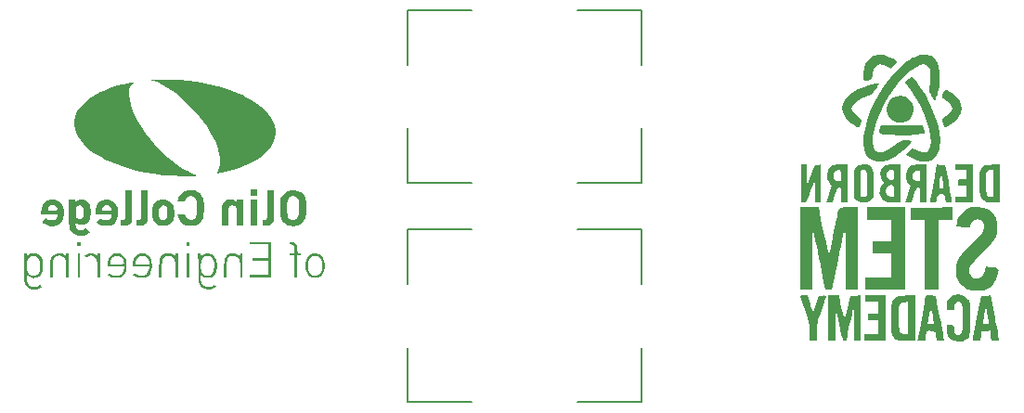
<source format=gbr>
%TF.GenerationSoftware,KiCad,Pcbnew,8.0.1*%
%TF.CreationDate,2024-04-19T02:30:16-04:00*%
%TF.ProjectId,hello-my-name-is,68656c6c-6f2d-46d7-992d-6e616d652d69,rev?*%
%TF.SameCoordinates,Original*%
%TF.FileFunction,Legend,Bot*%
%TF.FilePolarity,Positive*%
%FSLAX46Y46*%
G04 Gerber Fmt 4.6, Leading zero omitted, Abs format (unit mm)*
G04 Created by KiCad (PCBNEW 8.0.1) date 2024-04-19 02:30:16*
%MOMM*%
%LPD*%
G01*
G04 APERTURE LIST*
%ADD10C,0.000000*%
%ADD11C,0.152400*%
G04 APERTURE END LIST*
D10*
%TO.C,G\u002A\u002A\u002A*%
G36*
X111518787Y-106907966D02*
G01*
X111518787Y-107066177D01*
X111374959Y-107066177D01*
X111231131Y-107066177D01*
X111231131Y-106907966D01*
X111231131Y-106749756D01*
X111374959Y-106749756D01*
X111518787Y-106749756D01*
X111518787Y-106907966D01*
G37*
G36*
X111490022Y-108907174D02*
G01*
X111490022Y-110000265D01*
X111374959Y-110000265D01*
X111259897Y-110000265D01*
X111259897Y-108907174D01*
X111259897Y-107814082D01*
X111374959Y-107814082D01*
X111490022Y-107814082D01*
X111490022Y-108907174D01*
G37*
G36*
X121471675Y-106907966D02*
G01*
X121471675Y-107066177D01*
X121327847Y-107066177D01*
X121184019Y-107066177D01*
X121184019Y-106907966D01*
X121184019Y-106749756D01*
X121327847Y-106749756D01*
X121471675Y-106749756D01*
X121471675Y-106907966D01*
G37*
G36*
X121442909Y-108907174D02*
G01*
X121442909Y-110000265D01*
X121313464Y-110000265D01*
X121184019Y-110000265D01*
X121184019Y-108907174D01*
X121184019Y-107814082D01*
X121313464Y-107814082D01*
X121442909Y-107814082D01*
X121442909Y-108907174D01*
G37*
G36*
X127636438Y-102242713D02*
G01*
X127636438Y-102501603D01*
X127334400Y-102501603D01*
X127032361Y-102501603D01*
X127032361Y-102242713D01*
X127032361Y-101983823D01*
X127334400Y-101983823D01*
X127636438Y-101983823D01*
X127636438Y-102242713D01*
G37*
G36*
X127327208Y-102881741D02*
G01*
X127622056Y-102889939D01*
X127629566Y-104076518D01*
X127637077Y-105263098D01*
X127334719Y-105263098D01*
X127032361Y-105263098D01*
X127032361Y-104068321D01*
X127032361Y-102873543D01*
X127327208Y-102881741D01*
G37*
G36*
X127922355Y-106756570D02*
G01*
X128907575Y-106764139D01*
X128915006Y-108382202D01*
X128922437Y-110000265D01*
X127929785Y-110000265D01*
X126937134Y-110000265D01*
X126937134Y-109885203D01*
X126937134Y-109770141D01*
X127800101Y-109770141D01*
X128663068Y-109770141D01*
X128663068Y-109122915D01*
X128663068Y-108475690D01*
X127929546Y-108475690D01*
X127196024Y-108475690D01*
X127196024Y-108360628D01*
X127196024Y-108245565D01*
X127929546Y-108245565D01*
X128663068Y-108245565D01*
X128663068Y-107612723D01*
X128663068Y-106979880D01*
X127800101Y-106979880D01*
X126937134Y-106979880D01*
X126937134Y-106864440D01*
X126937134Y-106749000D01*
X127922355Y-106756570D01*
G37*
G36*
X117648632Y-103417207D02*
G01*
X117640402Y-104821826D01*
X117553661Y-104962085D01*
X117536125Y-104989250D01*
X117440951Y-105098305D01*
X117313060Y-105182721D01*
X117271984Y-105203523D01*
X117196771Y-105234929D01*
X117120423Y-105252952D01*
X117024163Y-105261155D01*
X116889212Y-105263098D01*
X116619224Y-105263098D01*
X116619224Y-105004208D01*
X116619224Y-104745318D01*
X116789763Y-104745318D01*
X116849054Y-104746374D01*
X116898824Y-104746428D01*
X116939697Y-104740771D01*
X116972545Y-104724692D01*
X116998238Y-104693480D01*
X117017647Y-104642425D01*
X117031643Y-104566816D01*
X117041097Y-104461943D01*
X117046879Y-104323096D01*
X117049860Y-104145563D01*
X117050912Y-103924635D01*
X117050904Y-103655601D01*
X117050708Y-103333750D01*
X117050708Y-102012589D01*
X117353785Y-102012589D01*
X117656862Y-102012589D01*
X117648632Y-103417207D01*
G37*
G36*
X129126095Y-103417207D02*
G01*
X129117865Y-104821826D01*
X129031124Y-104962085D01*
X129013589Y-104989250D01*
X128918414Y-105098305D01*
X128790524Y-105182721D01*
X128749447Y-105203523D01*
X128674235Y-105234929D01*
X128597887Y-105252952D01*
X128501626Y-105261155D01*
X128366676Y-105263098D01*
X128096687Y-105263098D01*
X128096687Y-105004208D01*
X128096687Y-104745318D01*
X128267226Y-104745318D01*
X128326518Y-104746374D01*
X128376287Y-104746428D01*
X128417160Y-104740771D01*
X128450008Y-104724692D01*
X128475701Y-104693480D01*
X128495110Y-104642425D01*
X128509106Y-104566816D01*
X128518560Y-104461943D01*
X128524342Y-104323096D01*
X128527323Y-104145563D01*
X128528375Y-103924635D01*
X128528367Y-103655601D01*
X128528171Y-103333750D01*
X128528171Y-102012589D01*
X128831248Y-102012589D01*
X129134325Y-102012589D01*
X129126095Y-103417207D01*
G37*
G36*
X112635292Y-107813222D02*
G01*
X112804500Y-107875454D01*
X112943965Y-107971639D01*
X113043362Y-108065382D01*
X113043362Y-107939732D01*
X113043362Y-107814082D01*
X113172808Y-107814082D01*
X113302253Y-107814082D01*
X113302253Y-108907174D01*
X113302253Y-110000265D01*
X113172808Y-110000265D01*
X113043362Y-110000265D01*
X113043362Y-109262889D01*
X113042796Y-109027822D01*
X113040121Y-108819954D01*
X113034084Y-108655534D01*
X113023432Y-108527222D01*
X113006915Y-108427673D01*
X112983282Y-108349548D01*
X112951281Y-108285502D01*
X112909662Y-108228196D01*
X112857173Y-108170285D01*
X112790325Y-108110189D01*
X112639086Y-108026140D01*
X112474904Y-107993415D01*
X112307844Y-108013201D01*
X112147971Y-108086685D01*
X112043633Y-108155409D01*
X111960995Y-108068683D01*
X111878357Y-107981958D01*
X111960591Y-107916018D01*
X112096266Y-107838564D01*
X112266470Y-107793945D01*
X112451047Y-107785775D01*
X112635292Y-107813222D01*
G37*
G36*
X116215875Y-103386145D02*
G01*
X116215790Y-103538471D01*
X116215451Y-103831261D01*
X116214729Y-104074214D01*
X116213416Y-104272606D01*
X116211306Y-104431713D01*
X116208191Y-104556810D01*
X116203862Y-104653173D01*
X116198113Y-104726077D01*
X116190736Y-104780800D01*
X116181524Y-104822615D01*
X116170268Y-104856799D01*
X116156762Y-104888629D01*
X116118962Y-104966094D01*
X116054984Y-105061781D01*
X115973847Y-105131736D01*
X115856937Y-105194980D01*
X115779341Y-105227098D01*
X115693849Y-105248946D01*
X115589491Y-105259791D01*
X115447027Y-105262817D01*
X115180946Y-105263098D01*
X115180946Y-105004208D01*
X115180946Y-104745318D01*
X115351484Y-104745318D01*
X115410776Y-104746374D01*
X115460545Y-104746428D01*
X115501419Y-104740771D01*
X115534266Y-104724692D01*
X115559959Y-104693480D01*
X115579368Y-104642425D01*
X115593364Y-104566816D01*
X115602818Y-104461943D01*
X115608600Y-104323096D01*
X115611582Y-104145563D01*
X115612633Y-103924635D01*
X115612625Y-103655601D01*
X115612429Y-103333750D01*
X115612429Y-102012589D01*
X115914468Y-102012589D01*
X116216506Y-102012589D01*
X116215875Y-103386145D01*
G37*
G36*
X119593024Y-107789448D02*
G01*
X119775978Y-107823921D01*
X119939795Y-107888339D01*
X120066691Y-107976632D01*
X120148459Y-108054970D01*
X120148459Y-107934526D01*
X120148459Y-107814082D01*
X120277904Y-107814082D01*
X120407349Y-107814082D01*
X120407349Y-108907174D01*
X120407349Y-110000265D01*
X120277904Y-110000265D01*
X120148459Y-110000265D01*
X120148459Y-109242270D01*
X120147286Y-108986962D01*
X120143333Y-108755847D01*
X120136644Y-108577737D01*
X120127279Y-108454124D01*
X120115293Y-108386494D01*
X120095666Y-108334558D01*
X120008223Y-108187483D01*
X119886658Y-108084655D01*
X119728180Y-108024253D01*
X119529999Y-108004456D01*
X119483374Y-108005527D01*
X119297600Y-108036779D01*
X119149357Y-108110674D01*
X119039864Y-108226387D01*
X118970336Y-108383095D01*
X118964436Y-108417936D01*
X118956599Y-108512060D01*
X118950000Y-108650000D01*
X118944924Y-108823602D01*
X118941651Y-109024710D01*
X118940465Y-109245169D01*
X118940305Y-110000265D01*
X118808205Y-110000265D01*
X118676105Y-110000265D01*
X118685951Y-109187638D01*
X118695797Y-108375011D01*
X118776731Y-108210196D01*
X118808346Y-108151160D01*
X118932168Y-107990336D01*
X119089141Y-107876096D01*
X119280142Y-107807926D01*
X119506049Y-107785316D01*
X119593024Y-107789448D01*
G37*
G36*
X130768369Y-106766332D02*
G01*
X130800860Y-106766929D01*
X130911451Y-106775712D01*
X130994281Y-106799037D01*
X131073104Y-106842870D01*
X131106863Y-106866528D01*
X131183201Y-106936887D01*
X131237330Y-107022578D01*
X131273070Y-107134044D01*
X131294240Y-107281732D01*
X131304661Y-107476086D01*
X131314319Y-107814082D01*
X131455738Y-107814082D01*
X131523156Y-107814963D01*
X131574243Y-107823551D01*
X131593922Y-107848979D01*
X131597156Y-107900379D01*
X131595541Y-107942994D01*
X131580929Y-107973198D01*
X131538471Y-107984790D01*
X131453329Y-107986675D01*
X131309501Y-107986675D01*
X131309501Y-108993470D01*
X131309501Y-110000265D01*
X131180056Y-110000265D01*
X131050610Y-110000265D01*
X131050610Y-108993470D01*
X131050610Y-107986675D01*
X130806103Y-107986675D01*
X130561596Y-107986675D01*
X130561596Y-107900379D01*
X130561596Y-107814082D01*
X130806103Y-107814082D01*
X131050610Y-107814082D01*
X131050610Y-107481065D01*
X131050327Y-107359180D01*
X131047850Y-107254465D01*
X131040705Y-107184858D01*
X131026419Y-107138087D01*
X131002517Y-107101880D01*
X130966527Y-107063964D01*
X130943566Y-107041919D01*
X130887487Y-107002142D01*
X130820836Y-106984118D01*
X130720283Y-106979880D01*
X130558123Y-106979880D01*
X130567051Y-106872009D01*
X130575979Y-106764139D01*
X130768369Y-106766332D01*
G37*
G36*
X125493665Y-102913560D02*
G01*
X125674232Y-103005273D01*
X125781059Y-103078115D01*
X125789987Y-102976835D01*
X125798915Y-102875556D01*
X126084834Y-102875556D01*
X126370753Y-102875556D01*
X126370753Y-104069327D01*
X126370753Y-105263098D01*
X126068715Y-105263098D01*
X125766676Y-105263098D01*
X125766676Y-104470617D01*
X125766657Y-104398689D01*
X125765944Y-104160947D01*
X125763397Y-103972280D01*
X125757927Y-103826001D01*
X125748445Y-103715424D01*
X125733862Y-103633864D01*
X125713090Y-103574632D01*
X125685039Y-103531045D01*
X125648620Y-103496414D01*
X125602744Y-103464054D01*
X125527622Y-103430932D01*
X125405797Y-103412307D01*
X125281458Y-103421955D01*
X125180776Y-103460119D01*
X125158248Y-103475063D01*
X125113493Y-103508258D01*
X125078324Y-103544811D01*
X125051491Y-103591494D01*
X125031743Y-103655077D01*
X125017830Y-103742333D01*
X125008503Y-103860033D01*
X125002511Y-104014948D01*
X124998603Y-104213850D01*
X124995531Y-104463509D01*
X124986673Y-105263098D01*
X124684427Y-105263098D01*
X124382182Y-105263098D01*
X124393213Y-104378557D01*
X124395824Y-104182973D01*
X124400000Y-103950000D01*
X124405621Y-103762822D01*
X124413672Y-103614556D01*
X124425139Y-103498322D01*
X124441007Y-103407236D01*
X124462262Y-103334418D01*
X124489891Y-103272985D01*
X124524877Y-103216055D01*
X124568208Y-103156747D01*
X124590956Y-103128513D01*
X124735001Y-103000716D01*
X124908238Y-102913823D01*
X125099724Y-102869334D01*
X125298515Y-102868747D01*
X125493665Y-102913560D01*
G37*
G36*
X109636000Y-107791833D02*
G01*
X109827051Y-107820492D01*
X109982227Y-107881586D01*
X110116466Y-107980958D01*
X110195571Y-108054970D01*
X110195571Y-107934526D01*
X110195571Y-107814082D01*
X110325016Y-107814082D01*
X110454461Y-107814082D01*
X110454461Y-108907174D01*
X110454461Y-110000265D01*
X110325016Y-110000265D01*
X110195571Y-110000265D01*
X110194939Y-109216404D01*
X110194481Y-108998302D01*
X110193103Y-108807005D01*
X110190388Y-108659225D01*
X110185899Y-108547624D01*
X110179202Y-108464866D01*
X110169860Y-108403616D01*
X110157438Y-108356535D01*
X110141501Y-108316289D01*
X110081103Y-108215748D01*
X109960547Y-108102155D01*
X109808067Y-108027991D01*
X109632709Y-107997179D01*
X109443524Y-108013642D01*
X109282761Y-108066920D01*
X109159059Y-108154817D01*
X109065871Y-108283945D01*
X109052963Y-108309003D01*
X109036712Y-108347171D01*
X109024115Y-108391710D01*
X109014587Y-108449930D01*
X109007546Y-108529139D01*
X109002408Y-108636644D01*
X108998590Y-108779754D01*
X108995508Y-108965777D01*
X108992579Y-109202021D01*
X108983358Y-110000265D01*
X108870325Y-110000265D01*
X108757292Y-110000265D01*
X108757292Y-109199954D01*
X108757381Y-109086578D01*
X108758789Y-108840726D01*
X108762918Y-108642527D01*
X108771045Y-108484930D01*
X108784448Y-108360887D01*
X108804404Y-108263348D01*
X108832193Y-108185264D01*
X108869090Y-108119586D01*
X108916376Y-108059265D01*
X108975327Y-107997251D01*
X109043159Y-107937490D01*
X109206971Y-107844798D01*
X109402010Y-107796592D01*
X109632359Y-107791593D01*
X109636000Y-107791833D01*
G37*
G36*
X125614760Y-107801272D02*
G01*
X125790694Y-107853453D01*
X125948976Y-107948267D01*
X126074167Y-108043826D01*
X126074167Y-107928954D01*
X126074443Y-107888765D01*
X126082854Y-107836221D01*
X126115580Y-107816853D01*
X126189229Y-107814082D01*
X126304291Y-107814082D01*
X126304291Y-108907174D01*
X126304291Y-110000265D01*
X126190920Y-110000265D01*
X126077548Y-110000265D01*
X126068666Y-109216404D01*
X126066746Y-109053223D01*
X126063868Y-108854041D01*
X126060404Y-108699779D01*
X126055728Y-108582900D01*
X126049215Y-108495869D01*
X126040241Y-108431149D01*
X126028180Y-108381205D01*
X126012407Y-108338500D01*
X125992298Y-108295499D01*
X125923536Y-108186959D01*
X125804495Y-108083344D01*
X125649959Y-108022579D01*
X125456655Y-108002876D01*
X125284177Y-108016968D01*
X125137892Y-108065871D01*
X125025049Y-108153906D01*
X124937834Y-108285328D01*
X124916923Y-108328489D01*
X124900235Y-108369833D01*
X124887661Y-108415946D01*
X124878619Y-108474365D01*
X124872528Y-108552627D01*
X124868804Y-108658270D01*
X124866865Y-108798831D01*
X124866129Y-108981849D01*
X124866013Y-109214860D01*
X124866013Y-110000265D01*
X124734593Y-110000265D01*
X124603173Y-110000265D01*
X124612486Y-109173255D01*
X124614440Y-109007843D01*
X124618005Y-108783847D01*
X124623179Y-108605655D01*
X124631210Y-108466033D01*
X124643347Y-108357748D01*
X124660841Y-108273567D01*
X124684939Y-108206257D01*
X124716890Y-108148587D01*
X124757945Y-108093321D01*
X124809351Y-108033228D01*
X124846561Y-107993478D01*
X124983781Y-107887461D01*
X125146977Y-107821825D01*
X125347707Y-107791377D01*
X125408951Y-107788535D01*
X125614760Y-107801272D01*
G37*
G36*
X114937603Y-103906907D02*
G01*
X114945832Y-104166694D01*
X114920796Y-104422568D01*
X114861600Y-104659021D01*
X114779725Y-104831898D01*
X114645741Y-105003934D01*
X114477978Y-105140668D01*
X114286848Y-105231724D01*
X114187611Y-105259875D01*
X114082467Y-105277888D01*
X113959523Y-105285335D01*
X113799088Y-105284340D01*
X113670231Y-105280036D01*
X113563091Y-105271366D01*
X113479369Y-105255134D01*
X113400970Y-105227682D01*
X113309800Y-105185347D01*
X113209924Y-105130387D01*
X113109284Y-105063926D01*
X113038702Y-105005034D01*
X112953744Y-104916357D01*
X113131489Y-104738611D01*
X113309235Y-104560866D01*
X113375324Y-104622953D01*
X113406064Y-104648898D01*
X113534735Y-104720071D01*
X113687727Y-104763639D01*
X113847663Y-104777598D01*
X113997170Y-104759945D01*
X114118872Y-104708677D01*
X114150044Y-104686020D01*
X114252269Y-104583429D01*
X114321362Y-104466824D01*
X114346744Y-104352729D01*
X114346744Y-104256303D01*
X113609527Y-104256303D01*
X112872310Y-104256303D01*
X112885287Y-103941352D01*
X112886349Y-103916054D01*
X112889782Y-103853585D01*
X113462736Y-103853585D01*
X113908528Y-103853585D01*
X114354319Y-103853585D01*
X114339067Y-103739870D01*
X114335056Y-103714533D01*
X114285948Y-103574337D01*
X114202935Y-103469883D01*
X114095671Y-103401176D01*
X113973814Y-103368216D01*
X113847018Y-103371005D01*
X113724939Y-103409546D01*
X113617233Y-103483840D01*
X113533555Y-103593889D01*
X113483562Y-103739696D01*
X113462736Y-103853585D01*
X112889782Y-103853585D01*
X112893901Y-103778643D01*
X112905421Y-103677664D01*
X112925039Y-103594810D01*
X112956884Y-103511778D01*
X113005085Y-103410262D01*
X113047460Y-103330711D01*
X113175046Y-103152759D01*
X113329571Y-103020628D01*
X113518488Y-102928927D01*
X113749251Y-102872269D01*
X113837314Y-102861881D01*
X114069151Y-102870295D01*
X114288634Y-102928224D01*
X114487126Y-103031619D01*
X114655990Y-103176430D01*
X114786589Y-103358608D01*
X114824929Y-103437632D01*
X114897004Y-103658717D01*
X114928881Y-103853585D01*
X114937603Y-103906907D01*
G37*
G36*
X115720627Y-108907174D02*
G01*
X115719504Y-108975412D01*
X115711368Y-109126311D01*
X115697036Y-109261717D01*
X115678460Y-109360634D01*
X115673536Y-109378209D01*
X115588472Y-109590371D01*
X115468323Y-109766452D01*
X115318208Y-109900463D01*
X115143249Y-109986418D01*
X115104282Y-109997095D01*
X114948815Y-110017710D01*
X114740531Y-110019813D01*
X114705417Y-110018519D01*
X114515085Y-110000407D01*
X114361089Y-109960762D01*
X114226830Y-109893762D01*
X114095710Y-109793583D01*
X113983052Y-109694579D01*
X114075123Y-109629019D01*
X114167193Y-109563459D01*
X114259695Y-109633771D01*
X114352495Y-109697471D01*
X114544477Y-109785583D01*
X114745188Y-109818519D01*
X114961350Y-109797852D01*
X114980741Y-109793673D01*
X115081789Y-109762638D01*
X115165196Y-109713048D01*
X115256219Y-109630572D01*
X115330143Y-109547044D01*
X115401632Y-109429199D01*
X115449042Y-109288261D01*
X115479547Y-109107425D01*
X115496450Y-108964705D01*
X114725883Y-108964705D01*
X113955316Y-108964705D01*
X113969525Y-108763346D01*
X114222751Y-108763346D01*
X114855594Y-108763346D01*
X115067153Y-108763822D01*
X115227995Y-108763381D01*
X115343918Y-108759205D01*
X115421218Y-108748477D01*
X115466193Y-108728379D01*
X115485139Y-108696095D01*
X115484353Y-108648806D01*
X115470133Y-108583696D01*
X115448774Y-108497947D01*
X115411019Y-108377366D01*
X115318976Y-108216272D01*
X115190805Y-108099123D01*
X115028886Y-108027837D01*
X114835602Y-108004330D01*
X114825253Y-108004407D01*
X114709021Y-108012133D01*
X114617404Y-108037911D01*
X114520452Y-108089872D01*
X114440095Y-108150313D01*
X114325310Y-108286903D01*
X114249881Y-108449735D01*
X114222751Y-108622803D01*
X114222751Y-108763346D01*
X113969525Y-108763346D01*
X113972151Y-108726140D01*
X113983625Y-108613658D01*
X114038753Y-108367516D01*
X114131165Y-108162380D01*
X114259313Y-107999921D01*
X114421652Y-107881810D01*
X114616636Y-107809718D01*
X114842718Y-107785316D01*
X114850086Y-107785339D01*
X115075971Y-107810755D01*
X115269660Y-107883221D01*
X115430166Y-108001476D01*
X115556503Y-108164260D01*
X115647683Y-108370312D01*
X115702720Y-108618370D01*
X115707539Y-108696095D01*
X115720627Y-108907174D01*
G37*
G36*
X120055350Y-104098093D02*
G01*
X120054503Y-104227083D01*
X120051275Y-104367752D01*
X120044364Y-104472587D01*
X120032332Y-104554253D01*
X120013740Y-104625416D01*
X119987152Y-104698742D01*
X119924627Y-104829139D01*
X119787941Y-105012085D01*
X119611848Y-105154261D01*
X119400160Y-105252076D01*
X119394961Y-105253731D01*
X119258708Y-105279228D01*
X119090813Y-105286073D01*
X118912616Y-105275487D01*
X118745452Y-105248691D01*
X118610662Y-105206906D01*
X118593145Y-105198832D01*
X118452195Y-105108585D01*
X118316854Y-104983073D01*
X118203568Y-104839732D01*
X118128784Y-104695999D01*
X118107015Y-104613489D01*
X118085448Y-104472490D01*
X118070206Y-104302452D01*
X118061932Y-104118956D01*
X118061380Y-103967667D01*
X118663260Y-103967667D01*
X118666863Y-104123097D01*
X118669865Y-104201139D01*
X118682799Y-104372368D01*
X118705398Y-104498901D01*
X118740744Y-104589874D01*
X118791916Y-104654423D01*
X118861997Y-104701683D01*
X118914668Y-104722649D01*
X119039392Y-104742397D01*
X119167675Y-104732979D01*
X119272685Y-104694840D01*
X119313971Y-104665908D01*
X119370977Y-104605510D01*
X119410682Y-104524880D01*
X119435740Y-104414791D01*
X119448804Y-104266016D01*
X119452527Y-104069327D01*
X119451720Y-103943399D01*
X119447510Y-103812916D01*
X119438581Y-103720153D01*
X119423689Y-103653703D01*
X119401589Y-103602157D01*
X119323012Y-103498529D01*
X119210635Y-103432359D01*
X119064298Y-103411038D01*
X119021576Y-103412456D01*
X118889736Y-103443271D01*
X118789834Y-103518514D01*
X118713557Y-103643700D01*
X118688864Y-103707114D01*
X118672910Y-103773544D01*
X118664825Y-103855772D01*
X118663260Y-103967667D01*
X118061380Y-103967667D01*
X118061270Y-103937583D01*
X118068862Y-103773917D01*
X118085352Y-103643538D01*
X118143789Y-103442181D01*
X118251712Y-103242500D01*
X118399530Y-103082335D01*
X118583999Y-102964304D01*
X118801875Y-102891024D01*
X119049915Y-102865114D01*
X119260873Y-102878116D01*
X119448263Y-102926026D01*
X119614499Y-103014612D01*
X119774021Y-103149548D01*
X119856718Y-103236760D01*
X119931067Y-103333419D01*
X119984760Y-103434819D01*
X120020917Y-103551473D01*
X120042656Y-103693894D01*
X120053094Y-103872596D01*
X120055062Y-104069327D01*
X120055350Y-104098093D01*
G37*
G36*
X120514913Y-91968255D02*
G01*
X121324265Y-92040121D01*
X122126285Y-92146163D01*
X122914651Y-92285139D01*
X123683041Y-92455807D01*
X124425135Y-92656925D01*
X125134611Y-92887248D01*
X125805148Y-93145535D01*
X126430425Y-93430544D01*
X126650890Y-93543390D01*
X127145677Y-93824868D01*
X127594781Y-94122154D01*
X127996272Y-94433538D01*
X128348220Y-94757308D01*
X128648695Y-95091753D01*
X128895766Y-95435162D01*
X129087505Y-95785825D01*
X129119139Y-95857228D01*
X129234353Y-96199163D01*
X129292874Y-96545696D01*
X129294886Y-96893681D01*
X129240572Y-97239975D01*
X129130115Y-97581431D01*
X128963697Y-97914907D01*
X128887607Y-98030649D01*
X128753812Y-98203835D01*
X128592318Y-98389109D01*
X128414175Y-98574554D01*
X128230428Y-98748251D01*
X128052128Y-98898282D01*
X127863093Y-99038992D01*
X127416852Y-99325539D01*
X126918182Y-99588758D01*
X126367044Y-99828666D01*
X125763400Y-100045278D01*
X125107208Y-100238612D01*
X124398430Y-100408683D01*
X124375484Y-100413607D01*
X124231903Y-100443418D01*
X124105715Y-100468009D01*
X124009840Y-100484948D01*
X123957198Y-100491800D01*
X123889919Y-100494312D01*
X123965983Y-100403915D01*
X124096372Y-100211055D01*
X124196044Y-99969142D01*
X124254080Y-99694748D01*
X124271345Y-99390666D01*
X124248708Y-99059694D01*
X124187035Y-98704625D01*
X124087193Y-98328257D01*
X123950052Y-97933384D01*
X123776476Y-97522802D01*
X123567335Y-97099306D01*
X123323494Y-96665693D01*
X123045823Y-96224757D01*
X122735187Y-95779295D01*
X122392454Y-95332102D01*
X122136676Y-95023268D01*
X121724402Y-94563771D01*
X121295144Y-94128473D01*
X120853621Y-93721057D01*
X120404549Y-93345205D01*
X119952646Y-93004599D01*
X119502630Y-92702920D01*
X119059217Y-92443852D01*
X118627125Y-92231076D01*
X118211071Y-92068274D01*
X118109984Y-92033770D01*
X118039135Y-92006852D01*
X118011605Y-91989916D01*
X118021250Y-91978902D01*
X118061922Y-91969751D01*
X118082220Y-91967169D01*
X118162150Y-91961044D01*
X118285309Y-91954227D01*
X118442073Y-91947171D01*
X118622815Y-91940329D01*
X118817909Y-91934156D01*
X118899496Y-91932024D01*
X119704550Y-91931809D01*
X120514913Y-91968255D01*
G37*
G36*
X110003504Y-103870819D02*
G01*
X110008895Y-103922030D01*
X110014078Y-104116842D01*
X109999979Y-104321594D01*
X109968813Y-104514261D01*
X109922797Y-104672824D01*
X109828440Y-104859051D01*
X109683534Y-105034480D01*
X109501959Y-105166345D01*
X109286036Y-105252531D01*
X109077705Y-105288279D01*
X108843721Y-105289982D01*
X108611013Y-105257131D01*
X108396017Y-105192109D01*
X108215169Y-105097299D01*
X108168656Y-105065146D01*
X108082455Y-104999988D01*
X108041996Y-104948353D01*
X108046059Y-104896738D01*
X108093426Y-104831636D01*
X108182878Y-104739544D01*
X108357549Y-104564873D01*
X108493196Y-104662287D01*
X108552515Y-104703313D01*
X108611010Y-104734666D01*
X108673622Y-104751545D01*
X108758151Y-104758404D01*
X108882400Y-104759701D01*
X108894336Y-104759690D01*
X109020996Y-104757086D01*
X109106781Y-104747983D01*
X109167053Y-104729601D01*
X109217172Y-104699163D01*
X109261984Y-104660987D01*
X109359065Y-104528905D01*
X109414477Y-104364174D01*
X109434234Y-104256303D01*
X108683128Y-104256303D01*
X107932022Y-104256303D01*
X107932022Y-104073253D01*
X107935421Y-103955898D01*
X107958915Y-103787766D01*
X108536099Y-103787766D01*
X108536871Y-103808590D01*
X108544563Y-103827528D01*
X108567601Y-103840230D01*
X108614424Y-103847941D01*
X108693468Y-103851907D01*
X108813169Y-103853373D01*
X108981965Y-103853585D01*
X109027835Y-103853597D01*
X109190127Y-103853143D01*
X109303793Y-103849588D01*
X109376042Y-103839868D01*
X109414086Y-103820922D01*
X109425133Y-103789686D01*
X109416395Y-103743097D01*
X109395081Y-103678093D01*
X109380083Y-103638723D01*
X109299886Y-103511766D01*
X109191565Y-103423240D01*
X109065768Y-103374249D01*
X108933146Y-103365898D01*
X108804347Y-103399291D01*
X108690023Y-103475533D01*
X108600821Y-103595727D01*
X108581661Y-103636055D01*
X108549010Y-103723258D01*
X108536099Y-103787766D01*
X107958915Y-103787766D01*
X107973704Y-103681936D01*
X108052763Y-103443236D01*
X108170377Y-103242348D01*
X108324325Y-103081821D01*
X108512386Y-102964205D01*
X108732340Y-102892050D01*
X108981965Y-102867905D01*
X109132925Y-102876519D01*
X109364147Y-102928607D01*
X109561969Y-103027177D01*
X109725603Y-103171456D01*
X109854262Y-103360672D01*
X109947158Y-103594051D01*
X109986986Y-103789686D01*
X110003504Y-103870819D01*
G37*
G36*
X116252897Y-92284815D02*
G01*
X116171031Y-92401645D01*
X116052144Y-92647405D01*
X115980587Y-92925428D01*
X115956234Y-93236115D01*
X115959614Y-93377909D01*
X116002053Y-93762349D01*
X116091467Y-94170319D01*
X116225813Y-94598028D01*
X116403047Y-95041686D01*
X116621127Y-95497503D01*
X116878007Y-95961688D01*
X117171646Y-96430450D01*
X117500000Y-96900000D01*
X117861025Y-97366546D01*
X118252678Y-97826299D01*
X118672916Y-98275467D01*
X118783466Y-98387335D01*
X119153751Y-98747107D01*
X119510386Y-99068395D01*
X119864393Y-99360413D01*
X120226793Y-99632375D01*
X120608610Y-99893494D01*
X120669081Y-99932215D01*
X120852178Y-100041951D01*
X121059287Y-100157488D01*
X121278301Y-100272735D01*
X121497112Y-100381603D01*
X121703613Y-100478003D01*
X121885697Y-100555845D01*
X122031256Y-100609039D01*
X122065358Y-100619990D01*
X122158669Y-100652457D01*
X122220872Y-100678029D01*
X122239955Y-100691934D01*
X122234210Y-100693925D01*
X122183595Y-100700545D01*
X122090084Y-100708390D01*
X121964301Y-100716643D01*
X121816869Y-100724487D01*
X121587998Y-100733896D01*
X120741386Y-100743419D01*
X119893567Y-100714193D01*
X119050179Y-100647276D01*
X118216861Y-100543723D01*
X117399254Y-100404592D01*
X116602997Y-100230939D01*
X115833729Y-100023820D01*
X115097089Y-99784291D01*
X114398716Y-99513409D01*
X113744251Y-99212231D01*
X113370143Y-99014465D01*
X112902197Y-98733464D01*
X112480748Y-98439104D01*
X112107021Y-98132878D01*
X111782241Y-97816280D01*
X111507637Y-97490805D01*
X111284432Y-97157947D01*
X111113854Y-96819201D01*
X110997129Y-96476060D01*
X110935483Y-96130019D01*
X110930141Y-95782573D01*
X110942061Y-95661095D01*
X111013459Y-95328933D01*
X111140389Y-95000834D01*
X111321388Y-94679156D01*
X111554995Y-94366255D01*
X111839749Y-94064490D01*
X112174187Y-93776217D01*
X112452599Y-93574397D01*
X112859086Y-93323801D01*
X113311996Y-93087930D01*
X113805543Y-92869510D01*
X114333942Y-92671266D01*
X114891409Y-92495925D01*
X115007069Y-92463735D01*
X115218102Y-92408356D01*
X115442476Y-92352880D01*
X115666459Y-92300483D01*
X115876317Y-92254342D01*
X116058318Y-92217633D01*
X116198729Y-92193532D01*
X116341044Y-92172827D01*
X116252897Y-92284815D01*
G37*
G36*
X118042910Y-108838118D02*
G01*
X118038498Y-109083624D01*
X118001216Y-109322295D01*
X117929880Y-109542079D01*
X117891238Y-109616605D01*
X117779958Y-109761659D01*
X117638738Y-109886175D01*
X117485784Y-109972507D01*
X117482655Y-109973758D01*
X117400572Y-110001248D01*
X117313802Y-110016894D01*
X117204835Y-110022652D01*
X117056160Y-110020477D01*
X116996281Y-110018331D01*
X116870723Y-110010261D01*
X116778586Y-109995951D01*
X116702395Y-109971928D01*
X116624676Y-109934718D01*
X116570668Y-109904094D01*
X116472769Y-109840953D01*
X116398253Y-109783691D01*
X116315657Y-109709365D01*
X116381693Y-109639073D01*
X116386332Y-109634195D01*
X116437283Y-109587836D01*
X116471231Y-109568782D01*
X116492106Y-109577387D01*
X116548765Y-109612990D01*
X116623149Y-109666803D01*
X116746296Y-109741417D01*
X116930263Y-109801654D01*
X117124524Y-109817114D01*
X117314585Y-109787057D01*
X117485951Y-109710745D01*
X117555321Y-109657944D01*
X117667355Y-109521279D01*
X117744809Y-109347395D01*
X117783082Y-109145050D01*
X117797558Y-108964705D01*
X117031332Y-108964705D01*
X116265107Y-108964705D01*
X116265676Y-108885599D01*
X116267392Y-108836088D01*
X116274956Y-108763346D01*
X116516076Y-108763346D01*
X117152879Y-108763346D01*
X117789682Y-108763346D01*
X117789521Y-108669858D01*
X117784335Y-108580475D01*
X117738720Y-108397174D01*
X117651667Y-108241595D01*
X117530010Y-108119608D01*
X117380585Y-108037083D01*
X117210225Y-107999888D01*
X117025764Y-108013895D01*
X116959587Y-108032129D01*
X116798679Y-108114481D01*
X116671571Y-108240312D01*
X116582303Y-108404771D01*
X116534920Y-108603006D01*
X116516076Y-108763346D01*
X116274956Y-108763346D01*
X116282520Y-108690604D01*
X116309604Y-108533676D01*
X116344247Y-108388290D01*
X116382050Y-108277436D01*
X116386064Y-108268536D01*
X116483108Y-108111934D01*
X116616968Y-107969586D01*
X116768504Y-107862064D01*
X116772572Y-107859881D01*
X116840531Y-107829640D01*
X116916185Y-107811325D01*
X117016098Y-107802283D01*
X117156839Y-107799858D01*
X117286695Y-107803369D01*
X117439201Y-107824144D01*
X117562406Y-107869336D01*
X117672111Y-107945474D01*
X117784113Y-108059090D01*
X117870776Y-108181103D01*
X117957864Y-108374806D01*
X118015637Y-108597828D01*
X118034423Y-108763346D01*
X118042910Y-108838118D01*
G37*
G36*
X133804058Y-109034874D02*
G01*
X133800466Y-109084849D01*
X133758146Y-109354109D01*
X133679516Y-109579073D01*
X133564241Y-109760296D01*
X133411984Y-109898330D01*
X133222411Y-109993728D01*
X133134637Y-110013514D01*
X133000741Y-110024604D01*
X132852834Y-110023574D01*
X132713412Y-110010695D01*
X132604970Y-109986242D01*
X132437642Y-109905072D01*
X132282146Y-109771799D01*
X132163941Y-109595786D01*
X132083493Y-109377990D01*
X132041268Y-109119368D01*
X132037732Y-108820877D01*
X132039244Y-108797690D01*
X132289600Y-108797690D01*
X132292015Y-108988568D01*
X132296367Y-109138431D01*
X132302384Y-109256504D01*
X132311822Y-109341015D01*
X132326793Y-109404414D01*
X132349409Y-109459151D01*
X132381783Y-109517677D01*
X132463908Y-109626601D01*
X132588977Y-109728166D01*
X132729791Y-109790327D01*
X132905453Y-109819480D01*
X133077767Y-109801179D01*
X133236409Y-109738215D01*
X133371054Y-109633383D01*
X133471377Y-109489476D01*
X133497802Y-109429554D01*
X133519268Y-109358536D01*
X133533494Y-109271540D01*
X133542647Y-109154717D01*
X133548895Y-108994217D01*
X133551620Y-108841051D01*
X133546674Y-108656731D01*
X133529016Y-108511510D01*
X133496342Y-108394827D01*
X133446350Y-108296121D01*
X133376736Y-108204830D01*
X133315175Y-108140847D01*
X133220875Y-108072874D01*
X133103954Y-108027599D01*
X133021345Y-108008530D01*
X132835545Y-108002387D01*
X132665598Y-108046652D01*
X132519102Y-108137279D01*
X132403655Y-108270221D01*
X132326856Y-108441433D01*
X132325246Y-108447057D01*
X132305442Y-108539073D01*
X132293818Y-108651904D01*
X132289600Y-108797690D01*
X132039244Y-108797690D01*
X132042947Y-108740882D01*
X132057726Y-108595379D01*
X132077053Y-108465503D01*
X132098109Y-108372200D01*
X132100584Y-108364324D01*
X132190156Y-108174049D01*
X132324315Y-108010005D01*
X132492362Y-107885400D01*
X132550003Y-107854744D01*
X132620068Y-107825200D01*
X132693015Y-107808618D01*
X132787049Y-107801358D01*
X132920373Y-107799779D01*
X132939535Y-107799811D01*
X133073964Y-107802836D01*
X133169932Y-107812736D01*
X133244388Y-107832286D01*
X133314280Y-107864260D01*
X133392471Y-107911162D01*
X133556255Y-108055157D01*
X133679382Y-108239706D01*
X133761775Y-108464630D01*
X133803359Y-108729746D01*
X133803614Y-108841051D01*
X133804058Y-109034874D01*
G37*
G36*
X121775453Y-102007422D02*
G01*
X122007017Y-102065901D01*
X122228555Y-102170735D01*
X122426097Y-102322896D01*
X122490624Y-102388752D01*
X122581438Y-102508214D01*
X122652712Y-102645487D01*
X122705912Y-102807023D01*
X122742502Y-102999274D01*
X122763949Y-103228689D01*
X122771717Y-103501721D01*
X122767273Y-103824820D01*
X122763702Y-103938742D01*
X122755919Y-104120161D01*
X122745980Y-104260717D01*
X122732738Y-104371384D01*
X122715045Y-104463132D01*
X122691754Y-104546934D01*
X122659552Y-104632582D01*
X122545448Y-104828073D01*
X122387171Y-104999800D01*
X122193256Y-105139551D01*
X121972240Y-105239114D01*
X121904145Y-105258995D01*
X121801412Y-105277406D01*
X121678637Y-105284650D01*
X121517332Y-105282490D01*
X121388022Y-105276863D01*
X121283073Y-105266639D01*
X121197962Y-105247817D01*
X121112950Y-105215895D01*
X121008297Y-105166370D01*
X120944323Y-105132757D01*
X120796253Y-105037039D01*
X120687532Y-104938682D01*
X120679969Y-104929848D01*
X120590275Y-104804117D01*
X120506307Y-104652959D01*
X120439285Y-104498827D01*
X120400430Y-104364174D01*
X120381112Y-104256303D01*
X120696180Y-104256303D01*
X121011249Y-104256303D01*
X121095557Y-104421154D01*
X121151193Y-104514601D01*
X121259912Y-104629042D01*
X121394111Y-104694755D01*
X121560635Y-104716079D01*
X121720961Y-104700870D01*
X121863357Y-104645532D01*
X121977399Y-104546562D01*
X122011646Y-104501706D01*
X122050735Y-104430944D01*
X122079587Y-104343951D01*
X122100546Y-104230403D01*
X122115954Y-104079978D01*
X122128154Y-103882351D01*
X122134728Y-103666048D01*
X122131858Y-103434208D01*
X122118938Y-103223143D01*
X122096812Y-103041945D01*
X122066322Y-102899706D01*
X122028311Y-102805517D01*
X122027043Y-102803476D01*
X121920644Y-102682952D01*
X121785517Y-102604468D01*
X121633112Y-102569034D01*
X121474882Y-102577664D01*
X121322277Y-102631369D01*
X121186749Y-102731161D01*
X121149241Y-102772824D01*
X121090725Y-102857199D01*
X121059857Y-102929756D01*
X121041931Y-103019384D01*
X120711521Y-103019384D01*
X120381112Y-103019384D01*
X120400692Y-102915010D01*
X120449457Y-102749009D01*
X120548265Y-102553470D01*
X120681341Y-102372996D01*
X120837976Y-102221729D01*
X121007459Y-102113812D01*
X121009705Y-102112752D01*
X121255486Y-102027342D01*
X121516453Y-101991440D01*
X121775453Y-102007422D01*
G37*
G36*
X132110655Y-103774390D02*
G01*
X132103182Y-104006104D01*
X132086699Y-104218645D01*
X132060848Y-104400131D01*
X132004662Y-104596321D01*
X131892139Y-104808473D01*
X131734705Y-104988516D01*
X131536399Y-105132016D01*
X131301256Y-105234538D01*
X131175632Y-105266785D01*
X130932866Y-105291587D01*
X130687235Y-105273413D01*
X130454173Y-105214016D01*
X130249116Y-105115146D01*
X130089508Y-104995949D01*
X129925971Y-104815089D01*
X129809436Y-104601824D01*
X129738113Y-104353487D01*
X129736098Y-104341659D01*
X129725190Y-104238471D01*
X129716985Y-104092675D01*
X129711500Y-103916780D01*
X129708746Y-103723295D01*
X129708741Y-103527193D01*
X130343835Y-103527193D01*
X130348672Y-103843691D01*
X130350337Y-103887894D01*
X130362307Y-104094915D01*
X130381371Y-104255477D01*
X130410347Y-104378814D01*
X130452056Y-104474165D01*
X130509315Y-104550764D01*
X130584944Y-104617850D01*
X130662188Y-104667370D01*
X130749932Y-104696564D01*
X130868827Y-104709796D01*
X131013710Y-104704497D01*
X131171217Y-104656410D01*
X131294284Y-104562378D01*
X131382174Y-104423017D01*
X131434150Y-104238940D01*
X131441464Y-104182336D01*
X131451718Y-104044093D01*
X131458217Y-103872110D01*
X131460960Y-103681578D01*
X131459943Y-103487687D01*
X131455165Y-103305630D01*
X131446624Y-103150597D01*
X131434318Y-103037781D01*
X131411069Y-102935591D01*
X131338979Y-102779289D01*
X131229685Y-102666804D01*
X131083648Y-102598538D01*
X130901331Y-102574891D01*
X130834469Y-102576921D01*
X130697425Y-102601813D01*
X130585260Y-102657778D01*
X130496437Y-102748345D01*
X130429420Y-102877042D01*
X130382672Y-103047396D01*
X130354656Y-103262937D01*
X130343835Y-103527193D01*
X129708741Y-103527193D01*
X129708741Y-103524729D01*
X129711496Y-103333590D01*
X129717028Y-103162386D01*
X129725350Y-103023627D01*
X129736477Y-102929822D01*
X129784122Y-102750590D01*
X129891389Y-102526362D01*
X130042354Y-102335611D01*
X130232734Y-102182389D01*
X130458245Y-102070746D01*
X130714606Y-102004734D01*
X130874463Y-101990679D01*
X131119650Y-102009295D01*
X131353393Y-102073322D01*
X131567479Y-102178377D01*
X131753691Y-102320075D01*
X131903817Y-102494033D01*
X132009640Y-102695867D01*
X132025358Y-102744049D01*
X132057582Y-102893416D01*
X132082581Y-103083015D01*
X132099997Y-103300964D01*
X132109474Y-103535383D01*
X132110196Y-103681578D01*
X132110655Y-103774390D01*
G37*
G36*
X123960944Y-108939590D02*
G01*
X123948297Y-109157462D01*
X123933881Y-109256497D01*
X123875657Y-109500864D01*
X123789854Y-109696201D01*
X123674526Y-109844583D01*
X123527732Y-109948086D01*
X123347525Y-110008783D01*
X123131963Y-110028750D01*
X122972965Y-110021386D01*
X122826035Y-109990537D01*
X122701641Y-109929924D01*
X122582659Y-109833459D01*
X122471106Y-109726992D01*
X122488855Y-110056859D01*
X122492477Y-110119516D01*
X122504150Y-110262004D01*
X122520357Y-110368016D01*
X122544006Y-110453063D01*
X122578002Y-110532658D01*
X122586488Y-110549525D01*
X122684503Y-110691408D01*
X122811388Y-110788927D01*
X122972716Y-110845171D01*
X123174060Y-110863233D01*
X123340522Y-110849034D01*
X123486545Y-110798900D01*
X123623471Y-110705503D01*
X123718529Y-110625352D01*
X123803671Y-110706924D01*
X123888814Y-110788495D01*
X123809293Y-110855185D01*
X123726388Y-110916705D01*
X123566081Y-111005561D01*
X123406607Y-111062059D01*
X123336381Y-111075975D01*
X123097232Y-111085792D01*
X122856232Y-111039230D01*
X122770349Y-111008839D01*
X122600004Y-110916213D01*
X122465912Y-110786568D01*
X122357220Y-110610582D01*
X122262728Y-110418707D01*
X122254429Y-109116394D01*
X122252477Y-108810044D01*
X122496063Y-108810044D01*
X122497754Y-109064737D01*
X122527314Y-109290281D01*
X122583273Y-109480674D01*
X122664167Y-109629914D01*
X122768529Y-109731997D01*
X122863795Y-109778527D01*
X123016861Y-109813921D01*
X123179089Y-109817340D01*
X123327054Y-109786500D01*
X123365073Y-109770209D01*
X123490619Y-109681115D01*
X123593704Y-109553703D01*
X123661505Y-109402688D01*
X123668206Y-109375977D01*
X123685863Y-109254285D01*
X123696647Y-109085778D01*
X123699974Y-108878408D01*
X123699695Y-108815633D01*
X123697245Y-108668294D01*
X123691086Y-108560862D01*
X123679598Y-108480267D01*
X123661160Y-108413435D01*
X123634152Y-108347296D01*
X123603830Y-108284615D01*
X123516946Y-108151476D01*
X123413687Y-108065336D01*
X123282371Y-108018509D01*
X123111313Y-108003307D01*
X123013384Y-108007633D01*
X122847600Y-108047951D01*
X122715675Y-108131883D01*
X122616027Y-108261153D01*
X122547076Y-108437486D01*
X122507242Y-108662608D01*
X122496063Y-108810044D01*
X122252477Y-108810044D01*
X122246129Y-107814082D01*
X122362300Y-107814082D01*
X122478470Y-107814082D01*
X122478470Y-107945972D01*
X122478470Y-108077861D01*
X122606213Y-107965418D01*
X122652078Y-107927455D01*
X122788858Y-107844567D01*
X122942817Y-107799148D01*
X123131100Y-107785316D01*
X123255880Y-107792695D01*
X123457984Y-107842825D01*
X123627381Y-107938828D01*
X123761380Y-108078941D01*
X123857289Y-108261398D01*
X123864647Y-108281759D01*
X123916810Y-108479000D01*
X123949679Y-108705857D01*
X123957995Y-108878408D01*
X123960944Y-108939590D01*
G37*
G36*
X108094759Y-108921556D02*
G01*
X108088941Y-109093636D01*
X108051931Y-109358324D01*
X107981650Y-109581880D01*
X107879117Y-109762196D01*
X107745351Y-109897159D01*
X107581371Y-109984659D01*
X107411706Y-110024219D01*
X107215038Y-110029725D01*
X107021909Y-109998264D01*
X106847688Y-109932470D01*
X106707745Y-109834977D01*
X106628640Y-109759377D01*
X106628640Y-110019077D01*
X106629294Y-110073547D01*
X106652349Y-110317772D01*
X106708894Y-110515709D01*
X106799631Y-110668259D01*
X106925257Y-110776324D01*
X107086474Y-110840804D01*
X107283981Y-110862601D01*
X107423598Y-110853567D01*
X107602306Y-110803740D01*
X107766603Y-110705658D01*
X107857720Y-110636160D01*
X107935297Y-110717133D01*
X108012874Y-110798106D01*
X107903260Y-110884038D01*
X107873490Y-110907060D01*
X107766545Y-110981142D01*
X107669433Y-111029149D01*
X107558048Y-111063623D01*
X107526452Y-111070457D01*
X107374926Y-111083722D01*
X107202093Y-111076025D01*
X107032875Y-111049511D01*
X106892191Y-111006323D01*
X106847297Y-110984919D01*
X106687526Y-110871775D01*
X106554613Y-110718082D01*
X106459930Y-110536205D01*
X106457971Y-110530952D01*
X106443645Y-110490165D01*
X106431825Y-110448341D01*
X106422270Y-110399829D01*
X106414739Y-110338980D01*
X106408992Y-110260146D01*
X106404789Y-110157676D01*
X106401890Y-110025921D01*
X106400053Y-109859233D01*
X106399038Y-109651961D01*
X106398606Y-109398457D01*
X106398515Y-109093071D01*
X106398515Y-108907174D01*
X106643614Y-108907174D01*
X106644200Y-109043843D01*
X106647118Y-109175859D01*
X106653860Y-109272615D01*
X106665925Y-109346575D01*
X106684812Y-109410202D01*
X106712019Y-109475958D01*
X106790792Y-109613354D01*
X106908157Y-109729630D01*
X107053825Y-109797640D01*
X107181432Y-109822122D01*
X107360965Y-109817026D01*
X107520372Y-109764526D01*
X107652183Y-109667512D01*
X107748930Y-109528871D01*
X107785254Y-109432339D01*
X107822486Y-109265203D01*
X107844849Y-109070167D01*
X107850667Y-108863507D01*
X107838263Y-108661498D01*
X107819769Y-108537356D01*
X107763679Y-108338088D01*
X107678794Y-108187076D01*
X107563248Y-108082293D01*
X107415178Y-108021713D01*
X107232717Y-108003307D01*
X107161916Y-108005865D01*
X107008109Y-108032015D01*
X106889207Y-108092478D01*
X106793428Y-108194992D01*
X106708989Y-108347296D01*
X106688732Y-108394107D01*
X106668566Y-108455125D01*
X106655400Y-108524701D01*
X106647806Y-108615075D01*
X106644353Y-108738486D01*
X106643614Y-108907174D01*
X106398515Y-108907174D01*
X106398515Y-107814082D01*
X106513578Y-107814082D01*
X106553833Y-107814358D01*
X106606464Y-107822755D01*
X106625864Y-107855427D01*
X106628640Y-107928954D01*
X106628640Y-108043826D01*
X106759245Y-107944133D01*
X106821564Y-107900305D01*
X106969606Y-107827757D01*
X107134823Y-107793043D01*
X107333396Y-107791873D01*
X107511654Y-107818892D01*
X107692438Y-107890405D01*
X107838921Y-108005547D01*
X107951749Y-108165275D01*
X108031568Y-108370547D01*
X108079023Y-108622322D01*
X108091706Y-108863507D01*
X108094759Y-108921556D01*
G37*
G36*
X112436105Y-104198772D02*
G01*
X112432382Y-104255665D01*
X112407526Y-104478091D01*
X112367237Y-104655664D01*
X112308828Y-104797688D01*
X112229611Y-104913461D01*
X112155059Y-104989794D01*
X112010621Y-105086364D01*
X111838184Y-105141678D01*
X111628398Y-105159563D01*
X111506600Y-105155477D01*
X111361604Y-105130882D01*
X111241664Y-105078902D01*
X111129065Y-104993652D01*
X111061215Y-104932294D01*
X111072019Y-105153768D01*
X111072057Y-105154557D01*
X111087443Y-105306000D01*
X111121518Y-105417863D01*
X111182223Y-105507016D01*
X111277498Y-105590327D01*
X111328236Y-105619821D01*
X111412853Y-105641528D01*
X111535214Y-105647838D01*
X111578458Y-105647189D01*
X111706604Y-105632747D01*
X111822205Y-105593237D01*
X111951621Y-105520604D01*
X111977081Y-105506490D01*
X112008912Y-105502162D01*
X112047405Y-105520730D01*
X112103699Y-105568317D01*
X112188937Y-105651048D01*
X112217943Y-105680173D01*
X112291464Y-105758329D01*
X112342664Y-105819316D01*
X112361864Y-105851892D01*
X112358975Y-105860414D01*
X112321900Y-105899826D01*
X112253359Y-105953187D01*
X112167692Y-106010658D01*
X112079243Y-106062398D01*
X112002350Y-106098567D01*
X111944703Y-106115237D01*
X111842162Y-106136089D01*
X111729077Y-106152494D01*
X111650459Y-106160915D01*
X111568257Y-106166496D01*
X111491260Y-106165316D01*
X111398760Y-106156835D01*
X111270050Y-106140513D01*
X111179037Y-106122564D01*
X110984043Y-106046238D01*
X110804561Y-105927064D01*
X110653956Y-105775012D01*
X110545591Y-105600051D01*
X110536566Y-105579932D01*
X110521980Y-105544596D01*
X110509972Y-105507204D01*
X110500249Y-105462207D01*
X110492518Y-105404060D01*
X110486483Y-105327213D01*
X110481852Y-105226121D01*
X110478331Y-105095236D01*
X110475625Y-104929010D01*
X110473441Y-104721896D01*
X110471486Y-104468347D01*
X110469464Y-104162815D01*
X110468675Y-104040561D01*
X111082658Y-104040561D01*
X111082914Y-104078672D01*
X111090605Y-104255552D01*
X111111311Y-104386163D01*
X111148299Y-104479404D01*
X111204839Y-104544174D01*
X111284197Y-104589373D01*
X111386050Y-104620988D01*
X111525247Y-104622773D01*
X111646237Y-104570642D01*
X111746325Y-104465319D01*
X111772457Y-104415751D01*
X111808989Y-104288788D01*
X111828785Y-104132340D01*
X111831921Y-103963097D01*
X111818475Y-103797747D01*
X111788521Y-103652981D01*
X111742136Y-103545489D01*
X111665005Y-103468257D01*
X111551926Y-103418394D01*
X111425251Y-103406275D01*
X111301705Y-103433274D01*
X111198009Y-103500766D01*
X111170109Y-103530626D01*
X111131745Y-103585919D01*
X111106247Y-103653193D01*
X111091186Y-103743814D01*
X111084132Y-103869149D01*
X111082658Y-104040561D01*
X110468675Y-104040561D01*
X110461154Y-102875556D01*
X110749929Y-102875556D01*
X111038703Y-102875556D01*
X111038703Y-102976235D01*
X111039003Y-102994689D01*
X111050885Y-103060532D01*
X111080557Y-103071872D01*
X111128669Y-103029092D01*
X111188011Y-102976871D01*
X111309035Y-102917602D01*
X111460785Y-102878983D01*
X111628398Y-102865871D01*
X111792334Y-102878654D01*
X111983906Y-102932940D01*
X112141405Y-103030555D01*
X112265354Y-103172363D01*
X112356276Y-103359227D01*
X112414693Y-103592007D01*
X112441129Y-103871568D01*
X112439724Y-103963097D01*
X112436105Y-104198772D01*
G37*
D11*
%TO.C,B2*%
X141319300Y-85626000D02*
X141319300Y-90614560D01*
X141319300Y-96385440D02*
X141319300Y-101374000D01*
X141319300Y-101374000D02*
X147173668Y-101374000D01*
X147173668Y-85626000D02*
X141319300Y-85626000D01*
X156826332Y-101374000D02*
X162680700Y-101374000D01*
X162680700Y-85626000D02*
X156826332Y-85626000D01*
X162680700Y-90614560D02*
X162680700Y-85626000D01*
X162680700Y-101374000D02*
X162680700Y-96385440D01*
%TO.C,B1*%
X141319300Y-105626000D02*
X141319300Y-110614560D01*
X141319300Y-116385440D02*
X141319300Y-121374000D01*
X141319300Y-121374000D02*
X147173668Y-121374000D01*
X147173668Y-105626000D02*
X141319300Y-105626000D01*
X156826332Y-121374000D02*
X162680700Y-121374000D01*
X162680700Y-105626000D02*
X156826332Y-105626000D01*
X162680700Y-110614560D02*
X162680700Y-105626000D01*
X162680700Y-121374000D02*
X162680700Y-116385440D01*
D10*
%TO.C,G\u002A\u002A\u002A*%
G36*
X191033666Y-104172927D02*
G01*
X191033666Y-104767214D01*
X190398666Y-104767214D01*
X189763666Y-104767214D01*
X189763666Y-107942214D01*
X189763666Y-111117214D01*
X189128666Y-111117214D01*
X188493666Y-111117214D01*
X188493666Y-107945923D01*
X188493666Y-104774632D01*
X187879833Y-104749756D01*
X187265999Y-104724881D01*
X187265999Y-104174547D01*
X187265999Y-103624214D01*
X189149833Y-103601427D01*
X191033666Y-103578641D01*
X191033666Y-104172927D01*
G37*
G36*
X186731164Y-93496456D02*
G01*
X187091266Y-93707443D01*
X187364449Y-94031253D01*
X187520525Y-94453237D01*
X187527797Y-94722889D01*
X187427035Y-95105089D01*
X187226253Y-95453794D01*
X186954259Y-95705306D01*
X186789328Y-95789441D01*
X186383928Y-95881062D01*
X185980009Y-95837618D01*
X185609745Y-95676503D01*
X185305313Y-95415111D01*
X185098889Y-95070837D01*
X185022649Y-94661075D01*
X185043370Y-94454743D01*
X185172285Y-94083786D01*
X185390084Y-93763254D01*
X185662829Y-93551947D01*
X185870967Y-93471537D01*
X186314334Y-93412938D01*
X186731164Y-93496456D01*
G37*
G36*
X184937666Y-113699547D02*
G01*
X184937666Y-115773881D01*
X183963999Y-115773881D01*
X182990333Y-115773881D01*
X182990333Y-115477547D01*
X182990333Y-115181214D01*
X183625333Y-115181214D01*
X184260333Y-115181214D01*
X184260333Y-114546214D01*
X184260333Y-113911214D01*
X183794666Y-113911214D01*
X183328999Y-113911214D01*
X183328999Y-113614881D01*
X183328999Y-113318547D01*
X183794666Y-113318547D01*
X184260333Y-113318547D01*
X184260333Y-112768214D01*
X184260333Y-112217881D01*
X183667666Y-112217881D01*
X183074999Y-112217881D01*
X183074999Y-111921547D01*
X183074999Y-111625214D01*
X184006333Y-111625214D01*
X184937666Y-111625214D01*
X184937666Y-113699547D01*
G37*
G36*
X186715666Y-107349547D02*
G01*
X186715666Y-111117214D01*
X184895333Y-111117214D01*
X183074999Y-111117214D01*
X183074999Y-110566881D01*
X183074999Y-110016547D01*
X184260333Y-110016547D01*
X185445666Y-110016547D01*
X185445666Y-108915881D01*
X185445666Y-107815214D01*
X184598999Y-107815214D01*
X183752333Y-107815214D01*
X183752333Y-107264881D01*
X183752333Y-106714547D01*
X184598999Y-106714547D01*
X185445666Y-106714547D01*
X185445666Y-105740881D01*
X185445666Y-104767214D01*
X184344999Y-104767214D01*
X183244333Y-104767214D01*
X183244333Y-104174547D01*
X183244333Y-103581881D01*
X184979999Y-103581881D01*
X186715666Y-103581881D01*
X186715666Y-107349547D01*
G37*
G36*
X188410392Y-96385214D02*
G01*
X188469338Y-96619339D01*
X188469742Y-96769210D01*
X188382648Y-96854126D01*
X188180940Y-96900004D01*
X187837499Y-96932763D01*
X187787551Y-96936923D01*
X187453068Y-96967266D01*
X187175975Y-96996350D01*
X187011999Y-97018395D01*
X186992035Y-97021374D01*
X186793691Y-97029713D01*
X186475518Y-97025762D01*
X186078881Y-97011327D01*
X185645145Y-96988215D01*
X185215674Y-96958232D01*
X184831833Y-96923185D01*
X184768720Y-96916171D01*
X184495606Y-96866445D01*
X184364020Y-96776101D01*
X184350247Y-96610336D01*
X184430570Y-96334348D01*
X184516140Y-96088881D01*
X186422101Y-96088881D01*
X188328062Y-96088881D01*
X188410392Y-96385214D01*
G37*
G36*
X192896333Y-101422881D02*
G01*
X192896333Y-103158547D01*
X192091999Y-103158547D01*
X191287666Y-103158547D01*
X191287666Y-102904547D01*
X191287666Y-102650547D01*
X191795666Y-102650547D01*
X192303666Y-102650547D01*
X192303666Y-102142547D01*
X192303666Y-101634547D01*
X191922666Y-101634547D01*
X191753120Y-101632719D01*
X191604923Y-101606515D01*
X191549800Y-101520294D01*
X191541666Y-101338214D01*
X191544016Y-101206344D01*
X191577708Y-101091080D01*
X191688563Y-101048207D01*
X191922666Y-101041881D01*
X192303666Y-101041881D01*
X192303666Y-100618547D01*
X192303666Y-100195214D01*
X191795666Y-100195214D01*
X191287666Y-100195214D01*
X191287666Y-99941214D01*
X191287666Y-99687214D01*
X192091999Y-99687214D01*
X192896333Y-99687214D01*
X192896333Y-101422881D01*
G37*
G36*
X184761927Y-89695011D02*
G01*
X184941155Y-89748680D01*
X185283727Y-89884877D01*
X185608375Y-90047080D01*
X186058248Y-90304013D01*
X185743988Y-90625845D01*
X185429727Y-90947676D01*
X185077863Y-90746465D01*
X184994567Y-90702961D01*
X184688479Y-90589750D01*
X184410451Y-90544234D01*
X184173362Y-90581223D01*
X183979126Y-90726145D01*
X183851940Y-90998381D01*
X183778322Y-91416535D01*
X183753916Y-91619941D01*
X183707066Y-91802378D01*
X183620679Y-91900639D01*
X183466262Y-91964783D01*
X183360346Y-91998218D01*
X183110631Y-92057927D01*
X182974188Y-92028288D01*
X182917153Y-91888288D01*
X182905666Y-91616914D01*
X182909714Y-91448192D01*
X182996783Y-90860874D01*
X183188379Y-90375169D01*
X183472597Y-90003404D01*
X183837531Y-89757906D01*
X184271276Y-89650999D01*
X184761927Y-89695011D01*
G37*
G36*
X190561514Y-92899985D02*
G01*
X190809072Y-93039661D01*
X191086042Y-93236589D01*
X191351232Y-93461981D01*
X191563451Y-93687052D01*
X191602410Y-93737855D01*
X191813846Y-94151180D01*
X191868476Y-94584796D01*
X191772988Y-95020557D01*
X191534067Y-95440316D01*
X191158398Y-95825926D01*
X190652666Y-96159240D01*
X190480208Y-96246254D01*
X190338492Y-96277124D01*
X190257001Y-96187561D01*
X190185305Y-95955588D01*
X190128731Y-95721330D01*
X190130044Y-95550982D01*
X190223770Y-95421557D01*
X190433215Y-95268467D01*
X190467132Y-95244743D01*
X190703730Y-95047417D01*
X190890220Y-94845439D01*
X190966203Y-94732791D01*
X191012728Y-94571660D01*
X190957841Y-94379773D01*
X190837596Y-94191918D01*
X190565629Y-93930240D01*
X190194506Y-93676491D01*
X190134110Y-93572836D01*
X190126743Y-93369914D01*
X190171226Y-93138268D01*
X190254373Y-92942728D01*
X190362998Y-92848125D01*
X190384561Y-92846347D01*
X190561514Y-92899985D01*
G37*
G36*
X179010999Y-101417516D02*
G01*
X179010999Y-103158547D01*
X178756999Y-103158547D01*
X178502999Y-103158547D01*
X178496813Y-102079047D01*
X178490627Y-100999547D01*
X178328249Y-101465214D01*
X178309852Y-101517975D01*
X178118266Y-102066090D01*
X177971834Y-102476125D01*
X177860499Y-102768115D01*
X177774210Y-102962093D01*
X177702910Y-103078091D01*
X177636546Y-103136145D01*
X177565064Y-103156285D01*
X177478410Y-103158547D01*
X177232999Y-103158547D01*
X177232999Y-101422881D01*
X177232999Y-99687214D01*
X177486999Y-99687214D01*
X177740999Y-99687214D01*
X177740999Y-100632658D01*
X177744049Y-100971297D01*
X177753585Y-101274922D01*
X177768059Y-101472830D01*
X177785886Y-101533216D01*
X177820286Y-101464893D01*
X177902200Y-101264622D01*
X178015735Y-100967825D01*
X178147421Y-100608939D01*
X178232564Y-100373871D01*
X178349785Y-100067057D01*
X178440231Y-99875214D01*
X178522563Y-99769693D01*
X178615443Y-99721843D01*
X178737535Y-99703016D01*
X179010999Y-99676485D01*
X179010999Y-101417516D01*
G37*
G36*
X195351666Y-101422881D02*
G01*
X195351666Y-103158547D01*
X194780166Y-103157299D01*
X194544747Y-103151137D01*
X194163132Y-103098440D01*
X193882714Y-102975788D01*
X193689300Y-102763849D01*
X193568694Y-102443292D01*
X193506703Y-101994784D01*
X193489836Y-101422881D01*
X194081666Y-101422881D01*
X194085799Y-101703197D01*
X194103819Y-102060854D01*
X194132857Y-102336614D01*
X194169312Y-102486780D01*
X194267887Y-102590907D01*
X194507978Y-102650547D01*
X194758999Y-102650547D01*
X194758999Y-101422881D01*
X194758999Y-100195214D01*
X194507978Y-100195214D01*
X194422775Y-100199797D01*
X194277976Y-100249380D01*
X194179715Y-100372723D01*
X194119743Y-100593581D01*
X194089810Y-100935714D01*
X194081666Y-101422881D01*
X193489836Y-101422881D01*
X193489131Y-101398994D01*
X193497109Y-100908607D01*
X193537098Y-100448701D01*
X193624913Y-100119076D01*
X193776059Y-99898924D01*
X194006038Y-99767435D01*
X194330354Y-99703801D01*
X194764511Y-99687214D01*
X195351666Y-99687214D01*
X195351666Y-100195214D01*
X195351666Y-101422881D01*
G37*
G36*
X187646999Y-113699547D02*
G01*
X187646999Y-115773881D01*
X186906166Y-115772632D01*
X186564813Y-115765667D01*
X186186312Y-115725622D01*
X185903380Y-115632740D01*
X185702407Y-115467699D01*
X185569785Y-115211180D01*
X185491904Y-114843862D01*
X185455155Y-114346425D01*
X185445929Y-113699547D01*
X186125496Y-113699547D01*
X186126574Y-113881928D01*
X186143248Y-114369688D01*
X186178908Y-114723966D01*
X186232028Y-114927214D01*
X186255552Y-114969794D01*
X186403472Y-115108508D01*
X186654113Y-115165158D01*
X186969666Y-115191436D01*
X186969666Y-113699547D01*
X186969666Y-112207659D01*
X186654113Y-112233936D01*
X186649539Y-112234324D01*
X186454107Y-112271652D01*
X186313210Y-112360404D01*
X186218374Y-112524076D01*
X186161126Y-112786161D01*
X186132991Y-113170153D01*
X186125496Y-113699547D01*
X185445929Y-113699547D01*
X185450436Y-113215498D01*
X185478226Y-112678735D01*
X185543392Y-112277426D01*
X185659543Y-111992250D01*
X185840286Y-111803885D01*
X186099232Y-111693013D01*
X186449989Y-111640312D01*
X186906166Y-111626462D01*
X187646999Y-111625214D01*
X187646999Y-112207659D01*
X187646999Y-113699547D01*
G37*
G36*
X187357857Y-91644846D02*
G01*
X187422433Y-91677322D01*
X187514189Y-91770943D01*
X187649109Y-91946105D01*
X187843176Y-92223204D01*
X188112374Y-92622636D01*
X188550619Y-93327792D01*
X189012578Y-94205354D01*
X189387041Y-95079539D01*
X189666800Y-95927860D01*
X189844646Y-96727829D01*
X189913373Y-97456960D01*
X189865771Y-98092766D01*
X189826202Y-98281083D01*
X189689899Y-98680775D01*
X189482075Y-98984267D01*
X189171860Y-99242714D01*
X189070594Y-99303070D01*
X188664447Y-99424384D01*
X188186883Y-99413959D01*
X187661554Y-99274483D01*
X187112112Y-99008643D01*
X186788891Y-98817070D01*
X187100725Y-98497724D01*
X187412558Y-98178378D01*
X187796389Y-98382462D01*
X188019866Y-98486319D01*
X188383272Y-98579820D01*
X188673075Y-98549817D01*
X188868435Y-98396047D01*
X189005919Y-98061627D01*
X189058491Y-97594377D01*
X189020299Y-97033013D01*
X188897518Y-96398419D01*
X188696323Y-95711480D01*
X188422889Y-94993079D01*
X188083392Y-94264102D01*
X187684006Y-93545431D01*
X187230906Y-92857951D01*
X186734317Y-92167021D01*
X187004189Y-91905451D01*
X187079979Y-91834586D01*
X187246102Y-91698088D01*
X187345363Y-91643881D01*
X187357857Y-91644846D01*
G37*
G36*
X184325648Y-92273640D02*
G01*
X184329578Y-92288775D01*
X184282197Y-92408389D01*
X184165923Y-92604083D01*
X184010084Y-92834023D01*
X183844009Y-93056371D01*
X183697027Y-93229292D01*
X183598465Y-93310949D01*
X183357488Y-93396125D01*
X182780631Y-93632913D01*
X182352823Y-93868749D01*
X182059437Y-94112713D01*
X181885849Y-94373881D01*
X181849907Y-94491623D01*
X181880062Y-94737951D01*
X182060558Y-94992103D01*
X182399100Y-95267493D01*
X182401375Y-95269067D01*
X182611509Y-95424443D01*
X182707971Y-95553253D01*
X182712595Y-95718466D01*
X182647214Y-95983047D01*
X182628744Y-96046464D01*
X182563762Y-96227697D01*
X182516482Y-96300547D01*
X182496932Y-96298047D01*
X182341521Y-96234696D01*
X182110406Y-96107667D01*
X181853612Y-95946093D01*
X181621163Y-95779110D01*
X181465743Y-95636103D01*
X181206345Y-95289661D01*
X181025960Y-94901436D01*
X180958333Y-94534776D01*
X180971032Y-94367860D01*
X181116921Y-93944495D01*
X181417436Y-93539265D01*
X181861991Y-93164336D01*
X182439999Y-92831874D01*
X182677437Y-92731036D01*
X182996464Y-92614984D01*
X183349192Y-92499634D01*
X183697047Y-92396405D01*
X184001457Y-92316717D01*
X184223848Y-92271989D01*
X184325648Y-92273640D01*
G37*
G36*
X178074738Y-112344881D02*
G01*
X178117814Y-112493949D01*
X178210858Y-112786292D01*
X178287630Y-112988819D01*
X178334768Y-113064547D01*
X178349573Y-113051866D01*
X178412448Y-112921677D01*
X178500953Y-112680636D01*
X178600877Y-112366047D01*
X178808813Y-111667547D01*
X179163906Y-111641512D01*
X179255787Y-111637383D01*
X179444072Y-111650535D01*
X179518999Y-111691793D01*
X179512580Y-111723281D01*
X179461883Y-111892324D01*
X179368915Y-112176617D01*
X179243551Y-112546306D01*
X179095666Y-112971538D01*
X179082035Y-113010312D01*
X178919668Y-113480629D01*
X178806832Y-113837469D01*
X178734603Y-114123050D01*
X178694060Y-114379591D01*
X178676277Y-114649309D01*
X178672333Y-114974424D01*
X178672333Y-115773881D01*
X178333666Y-115773881D01*
X177994999Y-115773881D01*
X177994999Y-114934988D01*
X177994925Y-114866134D01*
X177989838Y-114543145D01*
X177970390Y-114274916D01*
X177927714Y-114018728D01*
X177852946Y-113731861D01*
X177737219Y-113371596D01*
X177571666Y-112895214D01*
X177496742Y-112682129D01*
X177359015Y-112287272D01*
X177248503Y-111966191D01*
X177175009Y-111747490D01*
X177148333Y-111659773D01*
X177161527Y-111650546D01*
X177289866Y-111632418D01*
X177510606Y-111625214D01*
X177872880Y-111625214D01*
X178074738Y-112344881D01*
G37*
G36*
X194974135Y-113943014D02*
G01*
X195068882Y-114473643D01*
X195149873Y-114936034D01*
X195212878Y-115305614D01*
X195253665Y-115557810D01*
X195268004Y-115668047D01*
X195266948Y-115678031D01*
X195171209Y-115748565D01*
X194938088Y-115773881D01*
X194609177Y-115773881D01*
X194550450Y-115303846D01*
X194491723Y-114833811D01*
X194096598Y-114859346D01*
X193701472Y-114884881D01*
X193631111Y-115329381D01*
X193560750Y-115773881D01*
X193228542Y-115773881D01*
X193197264Y-115773589D01*
X192975955Y-115743449D01*
X192900556Y-115668047D01*
X192906504Y-115621920D01*
X192938857Y-115425455D01*
X192995413Y-115101789D01*
X193071767Y-114675652D01*
X193163514Y-114171772D01*
X193168629Y-114144047D01*
X193828306Y-114144047D01*
X193896884Y-114218757D01*
X194081666Y-114249881D01*
X194193269Y-114242406D01*
X194280867Y-114199482D01*
X194323674Y-114094835D01*
X194324858Y-113902330D01*
X194287584Y-113595834D01*
X194215019Y-113149214D01*
X194174318Y-112923156D01*
X194125740Y-112716970D01*
X194087045Y-112655848D01*
X194052909Y-112725881D01*
X194031019Y-112822574D01*
X193982446Y-113078936D01*
X193928891Y-113396076D01*
X193879350Y-113717183D01*
X193842823Y-113985444D01*
X193828306Y-114144047D01*
X193168629Y-114144047D01*
X193266251Y-113614881D01*
X193627722Y-111667547D01*
X194089609Y-111642725D01*
X194551496Y-111617902D01*
X194910252Y-113590058D01*
X194966771Y-113902330D01*
X194974135Y-113943014D01*
G37*
G36*
X182651666Y-113695322D02*
G01*
X182651666Y-115773881D01*
X182355333Y-115773881D01*
X182058999Y-115773881D01*
X182058999Y-114235769D01*
X182056938Y-113765033D01*
X182050944Y-113344480D01*
X182041740Y-113016381D01*
X182030053Y-112806362D01*
X182016609Y-112740048D01*
X182015550Y-112741661D01*
X181987206Y-112842903D01*
X181932883Y-113074825D01*
X181859403Y-113405070D01*
X181773587Y-113801280D01*
X181682257Y-114231097D01*
X181592236Y-114662163D01*
X181510344Y-115062121D01*
X181443404Y-115398614D01*
X181398238Y-115639283D01*
X181381666Y-115751771D01*
X181340709Y-115766939D01*
X181194145Y-115758602D01*
X181140685Y-115744633D01*
X181079854Y-115697405D01*
X181023315Y-115596668D01*
X180963810Y-115419869D01*
X180894079Y-115144452D01*
X180806862Y-114747863D01*
X180694900Y-114207547D01*
X180383175Y-112683547D01*
X180374421Y-114228714D01*
X180365666Y-115773881D01*
X180026999Y-115773881D01*
X179688333Y-115773881D01*
X179688333Y-113699547D01*
X179688333Y-111625214D01*
X180183938Y-111625214D01*
X180679543Y-111625214D01*
X180917578Y-112768351D01*
X180947197Y-112908801D01*
X181033713Y-113298473D01*
X181108878Y-113607742D01*
X181165473Y-113808045D01*
X181196278Y-113870824D01*
X181199638Y-113865419D01*
X181236418Y-113745788D01*
X181297816Y-113498261D01*
X181376129Y-113155172D01*
X181463651Y-112748853D01*
X181690360Y-111667547D01*
X182171013Y-111642155D01*
X182651666Y-111616763D01*
X182651666Y-113695322D01*
G37*
G36*
X188662999Y-101422881D02*
G01*
X188662999Y-103158547D01*
X188366666Y-103158547D01*
X188070333Y-103158547D01*
X188070333Y-102438881D01*
X188069412Y-102220614D01*
X188060272Y-101951841D01*
X188035142Y-101800643D01*
X187986545Y-101734081D01*
X187907007Y-101719214D01*
X187895850Y-101719511D01*
X187790661Y-101767263D01*
X187700733Y-101918806D01*
X187606363Y-102206047D01*
X187601305Y-102223984D01*
X187491056Y-102612616D01*
X187410320Y-102868705D01*
X187341304Y-103020993D01*
X187266212Y-103098224D01*
X187167249Y-103129142D01*
X187026621Y-103142491D01*
X186974216Y-103146469D01*
X186790078Y-103151349D01*
X186715666Y-103137207D01*
X186723354Y-103106765D01*
X186773275Y-102946818D01*
X186859368Y-102683668D01*
X186969623Y-102354341D01*
X187223580Y-101603036D01*
X187044484Y-101412397D01*
X186920511Y-101225550D01*
X186830601Y-100904298D01*
X186827656Y-100629230D01*
X187397112Y-100629230D01*
X187441684Y-100936047D01*
X187458150Y-100979242D01*
X187578014Y-101135046D01*
X187796695Y-101195412D01*
X188070333Y-101221943D01*
X188070333Y-100703214D01*
X188070333Y-100184485D01*
X187796695Y-100211016D01*
X187677508Y-100237232D01*
X187481157Y-100385188D01*
X187397112Y-100629230D01*
X186827656Y-100629230D01*
X186826814Y-100550565D01*
X186902673Y-100212036D01*
X187051700Y-99936399D01*
X187267416Y-99771342D01*
X187447375Y-99730774D01*
X187742134Y-99699275D01*
X188075845Y-99687214D01*
X188662999Y-99687214D01*
X188662999Y-100184485D01*
X188662999Y-101422881D01*
G37*
G36*
X181466333Y-101422881D02*
G01*
X181466333Y-103158547D01*
X181169999Y-103158547D01*
X180873666Y-103158547D01*
X180873666Y-102438881D01*
X180872720Y-102217173D01*
X180863514Y-101949863D01*
X180838249Y-101799745D01*
X180789404Y-101733852D01*
X180709456Y-101719214D01*
X180708955Y-101719215D01*
X180618209Y-101750312D01*
X180534100Y-101861848D01*
X180441614Y-102081984D01*
X180325735Y-102438881D01*
X180106223Y-103158547D01*
X179812611Y-103158547D01*
X179776477Y-103158382D01*
X179593512Y-103151244D01*
X179518999Y-103136818D01*
X179527059Y-103106749D01*
X179576407Y-102947788D01*
X179660692Y-102684808D01*
X179768338Y-102354146D01*
X180017677Y-101593204D01*
X179840842Y-101404972D01*
X179762673Y-101302241D01*
X179644924Y-100993789D01*
X179622291Y-100695740D01*
X180199372Y-100695740D01*
X180223281Y-100942474D01*
X180297933Y-101109614D01*
X180425050Y-101176905D01*
X180636599Y-101211214D01*
X180664717Y-101211136D01*
X180784058Y-101198517D01*
X180846252Y-101136253D01*
X180869916Y-100984450D01*
X180873666Y-100703214D01*
X180873630Y-100642963D01*
X180867741Y-100387231D01*
X180838685Y-100253958D01*
X180767843Y-100203251D01*
X180636599Y-100195214D01*
X180453947Y-100220853D01*
X180297933Y-100296814D01*
X180226207Y-100451369D01*
X180199372Y-100695740D01*
X179622291Y-100695740D01*
X179617718Y-100635525D01*
X179675349Y-100278702D01*
X179812114Y-99974573D01*
X180022310Y-99774390D01*
X180032329Y-99769554D01*
X180208629Y-99727886D01*
X180491895Y-99698401D01*
X180825767Y-99687214D01*
X181466333Y-99687214D01*
X181466333Y-100703214D01*
X181466333Y-101422881D01*
G37*
G36*
X183835751Y-101450560D02*
G01*
X183836999Y-102663573D01*
X183589512Y-102911060D01*
X183410478Y-103062239D01*
X183210626Y-103139420D01*
X182923724Y-103158547D01*
X182679496Y-103145889D01*
X182465795Y-103080443D01*
X182282212Y-102935335D01*
X182215840Y-102866884D01*
X182150135Y-102779218D01*
X182105946Y-102668273D01*
X182079005Y-102504838D01*
X182065046Y-102259703D01*
X182059800Y-101903656D01*
X182058999Y-101407487D01*
X182059267Y-101100077D01*
X182062619Y-100687549D01*
X182065612Y-100604274D01*
X182662187Y-100604274D01*
X182662504Y-100935154D01*
X182670547Y-101408145D01*
X182693999Y-102608214D01*
X182908835Y-102633268D01*
X183062074Y-102635074D01*
X183184001Y-102597990D01*
X183188651Y-102590025D01*
X183210443Y-102457689D01*
X183228129Y-102196119D01*
X183239996Y-101838780D01*
X183244333Y-101419136D01*
X183244333Y-101415214D01*
X183238091Y-100898669D01*
X183215080Y-100531106D01*
X183168671Y-100292608D01*
X183092236Y-100163256D01*
X182979148Y-100123131D01*
X182822777Y-100152316D01*
X182804040Y-100158545D01*
X182740523Y-100192639D01*
X182697903Y-100260182D01*
X182672889Y-100388338D01*
X182662187Y-100604274D01*
X182065612Y-100604274D01*
X182073005Y-100398561D01*
X182094348Y-100204138D01*
X182130575Y-100075300D01*
X182185609Y-99983072D01*
X182263375Y-99898475D01*
X182521289Y-99707517D01*
X182873502Y-99622056D01*
X183279180Y-99695250D01*
X183406378Y-99744321D01*
X183570813Y-99840179D01*
X183687288Y-99977347D01*
X183763910Y-100181397D01*
X183808790Y-100477901D01*
X183830034Y-100892431D01*
X183835429Y-101419136D01*
X183835751Y-101450560D01*
G37*
G36*
X190826887Y-102082061D02*
G01*
X190899976Y-102476059D01*
X190954417Y-102768029D01*
X190984223Y-102925714D01*
X190984245Y-102925825D01*
X190999722Y-103082717D01*
X190932894Y-103146490D01*
X190740404Y-103158547D01*
X190630891Y-103156319D01*
X190502882Y-103122415D01*
X190437777Y-103011323D01*
X190394241Y-102777547D01*
X190367449Y-102612869D01*
X190315875Y-102462400D01*
X190212950Y-102405438D01*
X190013241Y-102396547D01*
X189872888Y-102399013D01*
X189739865Y-102433142D01*
X189674794Y-102544174D01*
X189632241Y-102777547D01*
X189608110Y-102926529D01*
X189557791Y-103085757D01*
X189462004Y-103147932D01*
X189278511Y-103158547D01*
X189128662Y-103152184D01*
X189023785Y-103108811D01*
X189022255Y-103004292D01*
X189022408Y-103003704D01*
X189049802Y-102872646D01*
X189101161Y-102604186D01*
X189171098Y-102227352D01*
X189254224Y-101771170D01*
X189264066Y-101716349D01*
X189817261Y-101716349D01*
X189821928Y-101825047D01*
X189914895Y-101874743D01*
X190078175Y-101885902D01*
X190201522Y-101845803D01*
X190211798Y-101777894D01*
X190202116Y-101584045D01*
X190173630Y-101318456D01*
X190133137Y-101033857D01*
X190087435Y-100782978D01*
X190043320Y-100618547D01*
X190035711Y-100607293D01*
X189995457Y-100661621D01*
X189943552Y-100844898D01*
X189889268Y-101126547D01*
X189880243Y-101182902D01*
X189838177Y-101486975D01*
X189817261Y-101716349D01*
X189264066Y-101716349D01*
X189345152Y-101264668D01*
X189627711Y-99679299D01*
X190010403Y-99704423D01*
X190393095Y-99729547D01*
X190666055Y-101211214D01*
X190741134Y-101618294D01*
X190770645Y-101777894D01*
X190826887Y-102082061D01*
G37*
G36*
X186292333Y-101422881D02*
G01*
X186292333Y-102661276D01*
X186292333Y-103158547D01*
X185678499Y-103158231D01*
X185598549Y-103157539D01*
X185128050Y-103114376D01*
X184790835Y-102996025D01*
X184565730Y-102791107D01*
X184431560Y-102488247D01*
X184384616Y-102226158D01*
X184398675Y-102092221D01*
X184974541Y-102092221D01*
X185041442Y-102379498D01*
X185185015Y-102560650D01*
X185425088Y-102634745D01*
X185699666Y-102661276D01*
X185699666Y-102145254D01*
X185699644Y-102131211D01*
X185676414Y-101793587D01*
X185600663Y-101605264D01*
X185459362Y-101551272D01*
X185239478Y-101616645D01*
X185197998Y-101638612D01*
X185031464Y-101827008D01*
X184974541Y-102092221D01*
X184398675Y-102092221D01*
X184426847Y-101823841D01*
X184624036Y-101487268D01*
X184736348Y-101350074D01*
X184740795Y-101252169D01*
X184634091Y-101118545D01*
X184614178Y-101095166D01*
X184505691Y-100864258D01*
X184471999Y-100517661D01*
X184472038Y-100497939D01*
X184472349Y-100493335D01*
X185040643Y-100493335D01*
X185049050Y-100726318D01*
X185191666Y-100957214D01*
X185224390Y-100988975D01*
X185430883Y-101130364D01*
X185579566Y-101112960D01*
X185669481Y-100937428D01*
X185699666Y-100604436D01*
X185697363Y-100418829D01*
X185672924Y-100265003D01*
X185599095Y-100205262D01*
X185448645Y-100195214D01*
X185365530Y-100201757D01*
X185151213Y-100303427D01*
X185040643Y-100493335D01*
X184472349Y-100493335D01*
X184490361Y-100226887D01*
X184560546Y-100048442D01*
X184709554Y-99891550D01*
X184725871Y-99877672D01*
X184868441Y-99777726D01*
X185032035Y-99720054D01*
X185266010Y-99693577D01*
X185619721Y-99687214D01*
X186292333Y-99687214D01*
X186292333Y-100604436D01*
X186292333Y-101422881D01*
G37*
G36*
X191897292Y-111582107D02*
G01*
X192240734Y-111726626D01*
X192510193Y-111982236D01*
X192546451Y-112048062D01*
X192586050Y-112183275D01*
X192613532Y-112389729D01*
X192630803Y-112691932D01*
X192639768Y-113114393D01*
X192642333Y-113681619D01*
X192641015Y-113975117D01*
X192630967Y-114497465D01*
X192612029Y-114917342D01*
X192585396Y-115212488D01*
X192552263Y-115360644D01*
X192543305Y-115376072D01*
X192398770Y-115537559D01*
X192192429Y-115693428D01*
X191955430Y-115798571D01*
X191576654Y-115849001D01*
X191202305Y-115786049D01*
X190880233Y-115620071D01*
X190658290Y-115361422D01*
X190631134Y-115300735D01*
X190555887Y-115022283D01*
X190525666Y-114719752D01*
X190525666Y-114334547D01*
X190864333Y-114334547D01*
X190973884Y-114335297D01*
X191133847Y-114358493D01*
X191194299Y-114448805D01*
X191204296Y-114652047D01*
X191204604Y-114685542D01*
X191233690Y-114961181D01*
X191327596Y-115122246D01*
X191511578Y-115215010D01*
X191628556Y-115229838D01*
X191829078Y-115135707D01*
X191887777Y-114992984D01*
X191932395Y-114718282D01*
X191962346Y-114349655D01*
X191977592Y-113924617D01*
X191978098Y-113480683D01*
X191963824Y-113055366D01*
X191934733Y-112686181D01*
X191890789Y-112410641D01*
X191831952Y-112266261D01*
X191732596Y-112188780D01*
X191582753Y-112133214D01*
X191511060Y-112151523D01*
X191363860Y-112286070D01*
X191249201Y-112503082D01*
X191202999Y-112744719D01*
X191202634Y-112783739D01*
X191178499Y-112915037D01*
X191081812Y-112969252D01*
X190864333Y-112979881D01*
X190525666Y-112979881D01*
X190525666Y-112637009D01*
X190526464Y-112597256D01*
X190568297Y-112299991D01*
X190654099Y-112045776D01*
X190848609Y-111800530D01*
X191158674Y-111620515D01*
X191522420Y-111547222D01*
X191897292Y-111582107D01*
G37*
G36*
X178929330Y-104068714D02*
G01*
X179053995Y-104672791D01*
X179222941Y-105474440D01*
X179375380Y-106177233D01*
X179508706Y-106769938D01*
X179620311Y-107241322D01*
X179707589Y-107580151D01*
X179767934Y-107775193D01*
X179798738Y-107815214D01*
X179810593Y-107772946D01*
X179855980Y-107579148D01*
X179926719Y-107257986D01*
X180017361Y-106834749D01*
X180122456Y-106334728D01*
X180236554Y-105783214D01*
X180296636Y-105491347D01*
X180406634Y-104961098D01*
X180504575Y-104494200D01*
X180585024Y-104116296D01*
X180642545Y-103853031D01*
X180671704Y-103730047D01*
X180693666Y-103682685D01*
X180766101Y-103630652D01*
X180913031Y-103600032D01*
X181166038Y-103585537D01*
X181556705Y-103581881D01*
X182397666Y-103581881D01*
X182397666Y-107349547D01*
X182397666Y-111117214D01*
X181847333Y-111117214D01*
X181296999Y-111117214D01*
X181291633Y-108217381D01*
X181289258Y-107645937D01*
X181283384Y-107026739D01*
X181274637Y-106487432D01*
X181263483Y-106045904D01*
X181250390Y-105720044D01*
X181235825Y-105527740D01*
X181220257Y-105486881D01*
X181204184Y-105543377D01*
X181154454Y-105756867D01*
X181079364Y-106102577D01*
X180983316Y-106559460D01*
X180870716Y-107106474D01*
X180745966Y-107722573D01*
X180613469Y-108386714D01*
X180072690Y-111117214D01*
X179753512Y-111117214D01*
X179695272Y-111116858D01*
X179508953Y-111109639D01*
X179433334Y-111096047D01*
X179416441Y-110988124D01*
X179370591Y-110740288D01*
X179300563Y-110376791D01*
X179211108Y-109921115D01*
X179106976Y-109396743D01*
X178992918Y-108827156D01*
X178873685Y-108235836D01*
X178754027Y-107646263D01*
X178638695Y-107081921D01*
X178532439Y-106566291D01*
X178440011Y-106122854D01*
X178366161Y-105775093D01*
X178315639Y-105546488D01*
X178293197Y-105460522D01*
X178285249Y-105499068D01*
X178275428Y-105684667D01*
X178266718Y-106006052D01*
X178259418Y-106444088D01*
X178253831Y-106979642D01*
X178250258Y-107593580D01*
X178248999Y-108266769D01*
X178248999Y-111117214D01*
X177698666Y-111117214D01*
X177148333Y-111117214D01*
X177148333Y-107349547D01*
X177148333Y-103581881D01*
X177988997Y-103581881D01*
X178829661Y-103581881D01*
X178929330Y-104068714D01*
G37*
G36*
X189993880Y-114225975D02*
G01*
X190080582Y-114699729D01*
X190153766Y-115096821D01*
X190207905Y-115387257D01*
X190237475Y-115541047D01*
X190249519Y-115603693D01*
X190247865Y-115720083D01*
X190159665Y-115765891D01*
X189943563Y-115773881D01*
X189901442Y-115773826D01*
X189743448Y-115764205D01*
X189642015Y-115715396D01*
X189577644Y-115595203D01*
X189530838Y-115371430D01*
X189482100Y-115011881D01*
X189472551Y-114981005D01*
X189349557Y-114900465D01*
X189075823Y-114859541D01*
X188916399Y-114851015D01*
X188752857Y-114865195D01*
X188675353Y-114939704D01*
X188632084Y-115102958D01*
X188595411Y-115340722D01*
X188578333Y-115572797D01*
X188577491Y-115613282D01*
X188546635Y-115718833D01*
X188437706Y-115764201D01*
X188205259Y-115773881D01*
X188198420Y-115773877D01*
X187970055Y-115762641D01*
X187871981Y-115718718D01*
X187866738Y-115625714D01*
X187871568Y-115603898D01*
X187907180Y-115425067D01*
X187964189Y-115124558D01*
X188037372Y-114731190D01*
X188121505Y-114273779D01*
X188139121Y-114177204D01*
X188770451Y-114177204D01*
X188838960Y-114235251D01*
X189038294Y-114249881D01*
X189081964Y-114249214D01*
X189265665Y-114228044D01*
X189340062Y-114186381D01*
X189339439Y-114173709D01*
X189320126Y-114028145D01*
X189279792Y-113780080D01*
X189226581Y-113474437D01*
X189168638Y-113156137D01*
X189114106Y-112870101D01*
X189071128Y-112661251D01*
X189047849Y-112574508D01*
X189041664Y-112581273D01*
X189012606Y-112699886D01*
X188970707Y-112935534D01*
X188922802Y-113251234D01*
X188908538Y-113350407D01*
X188857277Y-113684441D01*
X188811531Y-113951723D01*
X188779798Y-114101714D01*
X188770451Y-114177204D01*
X188139121Y-114177204D01*
X188211366Y-113781144D01*
X188301733Y-113282104D01*
X188387381Y-112805476D01*
X188463088Y-112380079D01*
X188523631Y-112034729D01*
X188563787Y-111798247D01*
X188578333Y-111699448D01*
X188619299Y-111669039D01*
X188787854Y-111637460D01*
X189042386Y-111625214D01*
X189210441Y-111627241D01*
X189407257Y-111647994D01*
X189505006Y-111705170D01*
X189548722Y-111815714D01*
X189550326Y-111823111D01*
X189580963Y-111979008D01*
X189635683Y-112269429D01*
X189709094Y-112665313D01*
X189795803Y-113137596D01*
X189890417Y-113657214D01*
X189899185Y-113705549D01*
X189986676Y-114186381D01*
X189993880Y-114225975D01*
G37*
G36*
X193895446Y-103603664D02*
G01*
X194359394Y-103818999D01*
X194734447Y-104146450D01*
X195002394Y-104570529D01*
X195145028Y-105075749D01*
X195144138Y-105646621D01*
X195095182Y-105922708D01*
X194992114Y-106244022D01*
X194826535Y-106555523D01*
X194580033Y-106884834D01*
X194234198Y-107259576D01*
X193770619Y-107707373D01*
X193383513Y-108076997D01*
X193043497Y-108429264D01*
X192806922Y-108719835D01*
X192657769Y-108971742D01*
X192580022Y-109208019D01*
X192557666Y-109451698D01*
X192569571Y-109573341D01*
X192699843Y-109845745D01*
X192946152Y-110032132D01*
X193273992Y-110101214D01*
X193313296Y-110100043D01*
X193604877Y-110002203D01*
X193833896Y-109751262D01*
X193994639Y-109353152D01*
X194092086Y-108986090D01*
X194531376Y-109041776D01*
X194598637Y-109050326D01*
X194933877Y-109097795D01*
X195135251Y-109148601D01*
X195232326Y-109223140D01*
X195254670Y-109341812D01*
X195231853Y-109525015D01*
X195201493Y-109671846D01*
X195029014Y-110125330D01*
X194762836Y-110546042D01*
X194436030Y-110888491D01*
X194081666Y-111107187D01*
X193926042Y-111149136D01*
X193594083Y-111186517D01*
X193208554Y-111191659D01*
X192837542Y-111164636D01*
X192549134Y-111105521D01*
X192424739Y-111059618D01*
X191961914Y-110789483D01*
X191624446Y-110407663D01*
X191416552Y-109920349D01*
X191342446Y-109333729D01*
X191342328Y-109276377D01*
X191369991Y-108887539D01*
X191458934Y-108534765D01*
X191624723Y-108191529D01*
X191882919Y-107831305D01*
X192249087Y-107427565D01*
X192738790Y-106953783D01*
X192832885Y-106866033D01*
X193232064Y-106484227D01*
X193521344Y-106183501D01*
X193717367Y-105940841D01*
X193836777Y-105733235D01*
X193896218Y-105537669D01*
X193912333Y-105331131D01*
X193906073Y-105226771D01*
X193805305Y-104933738D01*
X193610554Y-104737429D01*
X193359567Y-104653524D01*
X193090096Y-104697704D01*
X192839890Y-104885649D01*
X192825630Y-104902684D01*
X192695706Y-105109123D01*
X192642333Y-105290875D01*
X192640904Y-105336374D01*
X192614840Y-105406006D01*
X192527957Y-105436343D01*
X192344447Y-105434101D01*
X192028499Y-105405994D01*
X191990338Y-105402187D01*
X191694324Y-105368993D01*
X191477925Y-105338424D01*
X191385667Y-105316666D01*
X191387000Y-105255766D01*
X191425376Y-105071560D01*
X191494834Y-104812491D01*
X191582836Y-104566853D01*
X191860452Y-104113465D01*
X192244325Y-103780580D01*
X192718887Y-103583827D01*
X192773698Y-103571292D01*
X193360811Y-103515933D01*
X193895446Y-103603664D01*
G37*
G36*
X189055705Y-89778280D02*
G01*
X189416181Y-90036805D01*
X189694159Y-90440573D01*
X189812869Y-90786565D01*
X189886050Y-91298780D01*
X189889261Y-91889865D01*
X189822621Y-92519337D01*
X189686248Y-93146714D01*
X189648819Y-93277247D01*
X189557586Y-93567494D01*
X189482478Y-93768828D01*
X189436891Y-93843805D01*
X189377902Y-93781415D01*
X189265237Y-93605837D01*
X189126102Y-93356971D01*
X189075147Y-93260120D01*
X188961224Y-93022558D01*
X188914333Y-92841083D01*
X188924082Y-92644983D01*
X188980075Y-92363547D01*
X188984885Y-92341008D01*
X189047029Y-91879436D01*
X189047810Y-91426138D01*
X188990446Y-91032103D01*
X188878155Y-90748323D01*
X188873138Y-90740812D01*
X188670626Y-90577197D01*
X188388940Y-90543898D01*
X188042699Y-90630881D01*
X187646521Y-90828109D01*
X187215022Y-91125549D01*
X186762823Y-91513165D01*
X186304539Y-91980922D01*
X185854789Y-92518784D01*
X185428192Y-93116717D01*
X185220554Y-93444139D01*
X184784437Y-94216650D01*
X184417049Y-94990430D01*
X184125234Y-95743780D01*
X183915836Y-96455004D01*
X183795697Y-97102402D01*
X183771660Y-97664277D01*
X183850569Y-98118931D01*
X183913454Y-98268639D01*
X184107550Y-98496008D01*
X184378623Y-98578382D01*
X184728951Y-98515556D01*
X185160808Y-98307322D01*
X185676473Y-97953476D01*
X185957695Y-97742634D01*
X186176097Y-97599756D01*
X186356427Y-97522915D01*
X186547543Y-97491745D01*
X186798307Y-97485881D01*
X187031374Y-97494157D01*
X187231402Y-97521115D01*
X187308333Y-97560292D01*
X187304640Y-97574350D01*
X187217660Y-97691288D01*
X187037793Y-97881521D01*
X186795296Y-98117051D01*
X186520424Y-98369883D01*
X186243431Y-98612020D01*
X185994573Y-98815465D01*
X185804106Y-98952223D01*
X185763616Y-98976889D01*
X185455011Y-99145006D01*
X185149333Y-99286709D01*
X185046948Y-99322508D01*
X184714785Y-99397106D01*
X184378687Y-99428851D01*
X184290618Y-99427568D01*
X183838168Y-99338474D01*
X183475472Y-99118396D01*
X183203487Y-98778663D01*
X183023171Y-98330600D01*
X182935481Y-97785536D01*
X182941374Y-97154797D01*
X183041808Y-96449711D01*
X183237741Y-95681603D01*
X183530130Y-94861803D01*
X183919933Y-94001636D01*
X184263775Y-93353507D01*
X184780640Y-92524505D01*
X185356640Y-91772524D01*
X186030623Y-91043110D01*
X186397008Y-90688074D01*
X186763559Y-90368930D01*
X187091009Y-90132736D01*
X187414348Y-89951898D01*
X187549432Y-89889201D01*
X188115315Y-89702975D01*
X188619744Y-89666502D01*
X189055705Y-89778280D01*
G37*
%TD*%
M02*

</source>
